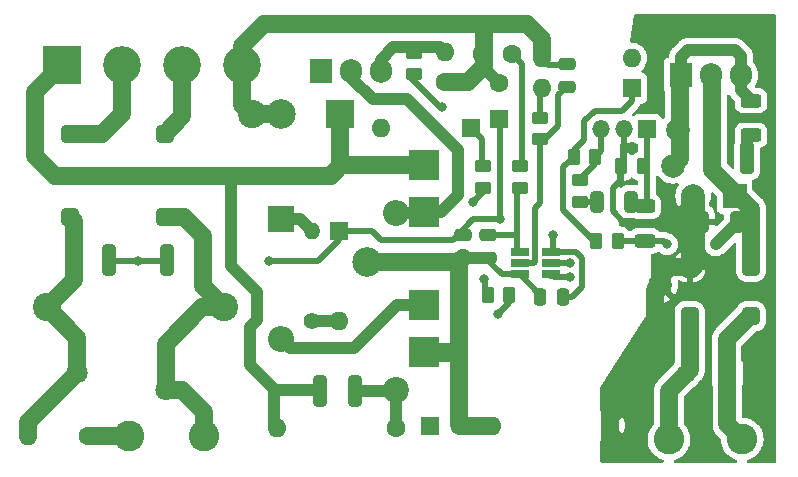
<source format=gbr>
G04 #@! TF.GenerationSoftware,KiCad,Pcbnew,(6.0.5)*
G04 #@! TF.CreationDate,2022-05-09T22:53:36+02:00*
G04 #@! TF.ProjectId,Zasilacz_impulsowy_FAN6602R,5a617369-6c61-4637-9a5f-696d70756c73,rev?*
G04 #@! TF.SameCoordinates,Original*
G04 #@! TF.FileFunction,Copper,L2,Bot*
G04 #@! TF.FilePolarity,Positive*
%FSLAX46Y46*%
G04 Gerber Fmt 4.6, Leading zero omitted, Abs format (unit mm)*
G04 Created by KiCad (PCBNEW (6.0.5)) date 2022-05-09 22:53:36*
%MOMM*%
%LPD*%
G01*
G04 APERTURE LIST*
G04 Aperture macros list*
%AMRoundRect*
0 Rectangle with rounded corners*
0 $1 Rounding radius*
0 $2 $3 $4 $5 $6 $7 $8 $9 X,Y pos of 4 corners*
0 Add a 4 corners polygon primitive as box body*
4,1,4,$2,$3,$4,$5,$6,$7,$8,$9,$2,$3,0*
0 Add four circle primitives for the rounded corners*
1,1,$1+$1,$2,$3*
1,1,$1+$1,$4,$5*
1,1,$1+$1,$6,$7*
1,1,$1+$1,$8,$9*
0 Add four rect primitives between the rounded corners*
20,1,$1+$1,$2,$3,$4,$5,0*
20,1,$1+$1,$4,$5,$6,$7,0*
20,1,$1+$1,$6,$7,$8,$9,0*
20,1,$1+$1,$8,$9,$2,$3,0*%
%AMFreePoly0*
4,1,5,1.270000,-1.270000,-1.270000,-1.270000,-1.270000,1.270000,1.270000,1.270000,1.270000,-1.270000,1.270000,-1.270000,$1*%
G04 Aperture macros list end*
G04 #@! TA.AperFunction,ComponentPad*
%ADD10C,2.600000*%
G04 #@! TD*
G04 #@! TA.AperFunction,ComponentPad*
%ADD11R,3.200000X3.200000*%
G04 #@! TD*
G04 #@! TA.AperFunction,ComponentPad*
%ADD12C,3.200000*%
G04 #@! TD*
G04 #@! TA.AperFunction,ComponentPad*
%ADD13C,1.600000*%
G04 #@! TD*
G04 #@! TA.AperFunction,ComponentPad*
%ADD14O,1.600000X1.600000*%
G04 #@! TD*
G04 #@! TA.AperFunction,ComponentPad*
%ADD15R,1.905000X2.000000*%
G04 #@! TD*
G04 #@! TA.AperFunction,ComponentPad*
%ADD16O,1.905000X2.000000*%
G04 #@! TD*
G04 #@! TA.AperFunction,ComponentPad*
%ADD17R,1.600000X1.600000*%
G04 #@! TD*
G04 #@! TA.AperFunction,ComponentPad*
%ADD18FreePoly0,90.000000*%
G04 #@! TD*
G04 #@! TA.AperFunction,ComponentPad*
%ADD19C,2.000000*%
G04 #@! TD*
G04 #@! TA.AperFunction,ComponentPad*
%ADD20R,2.200000X2.200000*%
G04 #@! TD*
G04 #@! TA.AperFunction,ComponentPad*
%ADD21O,2.200000X2.200000*%
G04 #@! TD*
G04 #@! TA.AperFunction,ComponentPad*
%ADD22R,1.500000X1.500000*%
G04 #@! TD*
G04 #@! TA.AperFunction,ComponentPad*
%ADD23O,1.500000X1.500000*%
G04 #@! TD*
G04 #@! TA.AperFunction,ComponentPad*
%ADD24RoundRect,0.381000X0.381000X0.381000X-0.381000X0.381000X-0.381000X-0.381000X0.381000X-0.381000X0*%
G04 #@! TD*
G04 #@! TA.AperFunction,ComponentPad*
%ADD25R,2.400000X2.400000*%
G04 #@! TD*
G04 #@! TA.AperFunction,ComponentPad*
%ADD26C,2.400000*%
G04 #@! TD*
G04 #@! TA.AperFunction,ComponentPad*
%ADD27C,1.400000*%
G04 #@! TD*
G04 #@! TA.AperFunction,ComponentPad*
%ADD28O,1.400000X1.400000*%
G04 #@! TD*
G04 #@! TA.AperFunction,ComponentPad*
%ADD29C,1.800000*%
G04 #@! TD*
G04 #@! TA.AperFunction,ComponentPad*
%ADD30R,2.000000X2.000000*%
G04 #@! TD*
G04 #@! TA.AperFunction,ComponentPad*
%ADD31C,2.200000*%
G04 #@! TD*
G04 #@! TA.AperFunction,SMDPad,CuDef*
%ADD32RoundRect,0.250000X0.312500X1.075000X-0.312500X1.075000X-0.312500X-1.075000X0.312500X-1.075000X0*%
G04 #@! TD*
G04 #@! TA.AperFunction,SMDPad,CuDef*
%ADD33RoundRect,0.250000X0.325000X1.100000X-0.325000X1.100000X-0.325000X-1.100000X0.325000X-1.100000X0*%
G04 #@! TD*
G04 #@! TA.AperFunction,SMDPad,CuDef*
%ADD34RoundRect,0.250000X-0.625000X0.312500X-0.625000X-0.312500X0.625000X-0.312500X0.625000X0.312500X0*%
G04 #@! TD*
G04 #@! TA.AperFunction,SMDPad,CuDef*
%ADD35RoundRect,0.250000X-0.262500X-0.450000X0.262500X-0.450000X0.262500X0.450000X-0.262500X0.450000X0*%
G04 #@! TD*
G04 #@! TA.AperFunction,SMDPad,CuDef*
%ADD36RoundRect,0.250000X0.450000X-0.262500X0.450000X0.262500X-0.450000X0.262500X-0.450000X-0.262500X0*%
G04 #@! TD*
G04 #@! TA.AperFunction,SMDPad,CuDef*
%ADD37RoundRect,0.250000X0.262500X0.450000X-0.262500X0.450000X-0.262500X-0.450000X0.262500X-0.450000X0*%
G04 #@! TD*
G04 #@! TA.AperFunction,SMDPad,CuDef*
%ADD38RoundRect,0.250000X0.475000X-0.250000X0.475000X0.250000X-0.475000X0.250000X-0.475000X-0.250000X0*%
G04 #@! TD*
G04 #@! TA.AperFunction,SMDPad,CuDef*
%ADD39RoundRect,0.250000X0.250000X0.475000X-0.250000X0.475000X-0.250000X-0.475000X0.250000X-0.475000X0*%
G04 #@! TD*
G04 #@! TA.AperFunction,SMDPad,CuDef*
%ADD40RoundRect,0.250000X-0.475000X0.250000X-0.475000X-0.250000X0.475000X-0.250000X0.475000X0.250000X0*%
G04 #@! TD*
G04 #@! TA.AperFunction,SMDPad,CuDef*
%ADD41RoundRect,0.250000X-0.325000X-0.650000X0.325000X-0.650000X0.325000X0.650000X-0.325000X0.650000X0*%
G04 #@! TD*
G04 #@! TA.AperFunction,SMDPad,CuDef*
%ADD42RoundRect,0.250000X0.325000X0.650000X-0.325000X0.650000X-0.325000X-0.650000X0.325000X-0.650000X0*%
G04 #@! TD*
G04 #@! TA.AperFunction,SMDPad,CuDef*
%ADD43R,1.560000X0.650000*%
G04 #@! TD*
G04 #@! TA.AperFunction,SMDPad,CuDef*
%ADD44RoundRect,0.250000X-0.312500X-1.075000X0.312500X-1.075000X0.312500X1.075000X-0.312500X1.075000X0*%
G04 #@! TD*
G04 #@! TA.AperFunction,SMDPad,CuDef*
%ADD45RoundRect,0.250000X-0.450000X0.262500X-0.450000X-0.262500X0.450000X-0.262500X0.450000X0.262500X0*%
G04 #@! TD*
G04 #@! TA.AperFunction,ViaPad*
%ADD46C,2.500000*%
G04 #@! TD*
G04 #@! TA.AperFunction,ViaPad*
%ADD47C,0.800000*%
G04 #@! TD*
G04 #@! TA.AperFunction,Conductor*
%ADD48C,0.500000*%
G04 #@! TD*
G04 #@! TA.AperFunction,Conductor*
%ADD49C,2.000000*%
G04 #@! TD*
G04 #@! TA.AperFunction,Conductor*
%ADD50C,1.000000*%
G04 #@! TD*
G04 #@! TA.AperFunction,Conductor*
%ADD51C,1.500000*%
G04 #@! TD*
G04 APERTURE END LIST*
D10*
G04 #@! TO.P,TP1,1,1*
G04 #@! TO.N,Net-(C2-Pad1)*
X136600000Y-117200000D03*
G04 #@! TD*
D11*
G04 #@! TO.P,D1,1,+*
G04 #@! TO.N,Net-(C3-Pad2)*
X124575000Y-85825000D03*
D12*
G04 #@! TO.P,D1,2*
G04 #@! TO.N,Net-(D1-Pad2)*
X129655000Y-85825000D03*
G04 #@! TO.P,D1,3*
G04 #@! TO.N,Net-(D1-Pad3)*
X134735000Y-85825000D03*
G04 #@! TO.P,D1,4,-*
G04 #@! TO.N,GNDPWR*
X139815000Y-85825000D03*
G04 #@! TD*
D13*
G04 #@! TO.P,C8,1*
G04 #@! TO.N,GND*
X170950000Y-116350000D03*
D14*
G04 #@! TO.P,C8,2*
G04 #@! TO.N,GNDPWR*
X160950000Y-116350000D03*
G04 #@! TD*
D15*
G04 #@! TO.P,Q1,1,G*
G04 #@! TO.N,Net-(D5-Pad2)*
X146510000Y-86295000D03*
D16*
G04 #@! TO.P,Q1,2,D*
G04 #@! TO.N,Net-(D3-Pad2)*
X149050000Y-86295000D03*
G04 #@! TO.P,Q1,3,S*
G04 #@! TO.N,Net-(Q1-Pad3)*
X151590000Y-86295000D03*
G04 #@! TD*
D17*
G04 #@! TO.P,C13,1*
G04 #@! TO.N,Net-(C13-Pad1)*
X155744888Y-116350000D03*
D13*
G04 #@! TO.P,C13,2*
G04 #@! TO.N,GNDPWR*
X158244888Y-116350000D03*
G04 #@! TD*
D17*
G04 #@! TO.P,C4,1*
G04 #@! TO.N,Net-(C4-Pad1)*
X180900000Y-111950000D03*
D13*
G04 #@! TO.P,C4,2*
G04 #@! TO.N,Net-(C4-Pad2)*
X177400000Y-111950000D03*
G04 #@! TD*
D18*
G04 #@! TO.P,T1,1,P1+*
G04 #@! TO.N,Net-(C3-Pad2)*
X155200000Y-94250000D03*
G04 #@! TO.P,T1,2,P1-*
G04 #@! TO.N,Net-(D3-Pad2)*
X155200000Y-98250000D03*
G04 #@! TO.P,T1,3,P2+*
G04 #@! TO.N,Net-(D4-Pad2)*
X155200000Y-106150000D03*
G04 #@! TO.P,T1,4,P2-*
G04 #@! TO.N,GNDPWR*
X155200000Y-110150000D03*
D19*
G04 #@! TO.P,T1,5,S+*
G04 #@! TO.N,Net-(D2-Pad1)*
X176300000Y-94350000D03*
G04 #@! TO.P,T1,6,S-*
G04 #@! TO.N,GND*
X175200000Y-104450000D03*
G04 #@! TD*
D20*
G04 #@! TO.P,D4,1,K*
G04 #@! TO.N,Net-(D4-Pad1)*
X143100000Y-98850000D03*
D21*
G04 #@! TO.P,D4,2,A*
G04 #@! TO.N,Net-(D4-Pad2)*
X143100000Y-109010000D03*
G04 #@! TD*
D10*
G04 #@! TO.P,TP3,1,1*
G04 #@! TO.N,Net-(C4-Pad1)*
X182150000Y-117500000D03*
G04 #@! TD*
D22*
G04 #@! TO.P,U3,1,REF*
G04 #@! TO.N,Net-(C14-Pad2)*
X174100000Y-91250000D03*
D23*
G04 #@! TO.P,U3,2,A*
G04 #@! TO.N,GND*
X172130000Y-91250000D03*
G04 #@! TO.P,U3,3,K*
G04 #@! TO.N,Net-(R14-Pad1)*
X170200000Y-91250000D03*
G04 #@! TD*
D17*
G04 #@! TO.P,D6,1,K*
G04 #@! TO.N,Net-(C11-Pad1)*
X148000000Y-99890000D03*
D14*
G04 #@! TO.P,D6,2,A*
G04 #@! TO.N,Net-(C13-Pad1)*
X148000000Y-107510000D03*
G04 #@! TD*
D24*
G04 #@! TO.P,FL1,1,1*
G04 #@! TO.N,Net-(C2-Pad1)*
X133250000Y-98650000D03*
G04 #@! TO.P,FL1,2,2*
G04 #@! TO.N,Net-(D1-Pad3)*
X133250000Y-91650000D03*
G04 #@! TO.P,FL1,3,3*
G04 #@! TO.N,Net-(C2-Pad2)*
X125250000Y-98650000D03*
G04 #@! TO.P,FL1,4,4*
G04 #@! TO.N,Net-(D1-Pad2)*
X125250000Y-91650000D03*
G04 #@! TD*
D17*
G04 #@! TO.P,C12,1*
G04 #@! TO.N,Net-(C11-Pad1)*
X161600000Y-90355113D03*
D13*
G04 #@! TO.P,C12,2*
G04 #@! TO.N,GNDPWR*
X161600000Y-87355113D03*
G04 #@! TD*
G04 #@! TO.P,R7,1*
G04 #@! TO.N,GNDPWR*
X156950000Y-87270000D03*
D14*
G04 #@! TO.P,R7,2*
G04 #@! TO.N,Net-(Q1-Pad3)*
X156950000Y-84730000D03*
G04 #@! TD*
D15*
G04 #@! TO.P,D2,1,K*
G04 #@! TO.N,Net-(D2-Pad1)*
X176960000Y-86695000D03*
D16*
G04 #@! TO.P,D2,2,A*
G04 #@! TO.N,Net-(C1-Pad2)*
X179500000Y-86695000D03*
G04 #@! TO.P,D2,3,K*
G04 #@! TO.N,Net-(D2-Pad1)*
X182040000Y-86695000D03*
G04 #@! TD*
D17*
G04 #@! TO.P,D5,1,K*
G04 #@! TO.N,Net-(D5-Pad1)*
X159210000Y-91150000D03*
D14*
G04 #@! TO.P,D5,2,A*
G04 #@! TO.N,Net-(D5-Pad2)*
X151590000Y-91150000D03*
G04 #@! TD*
D25*
G04 #@! TO.P,C6,1*
G04 #@! TO.N,Net-(C3-Pad2)*
X148115216Y-90000000D03*
D26*
G04 #@! TO.P,C6,2*
G04 #@! TO.N,GNDPWR*
X140615216Y-90000000D03*
G04 #@! TD*
G04 #@! TO.P,C2,1*
G04 #@! TO.N,Net-(C2-Pad1)*
X138300000Y-106350000D03*
G04 #@! TO.P,C2,2*
G04 #@! TO.N,Net-(C2-Pad2)*
X123300000Y-106350000D03*
G04 #@! TD*
D24*
G04 #@! TO.P,FL2,1,1*
G04 #@! TO.N,Net-(C4-Pad1)*
X182905000Y-107100000D03*
G04 #@! TO.P,FL2,2,2*
G04 #@! TO.N,Net-(C1-Pad2)*
X182905000Y-102900000D03*
G04 #@! TO.P,FL2,3,3*
G04 #@! TO.N,Net-(C4-Pad2)*
X177705000Y-107100000D03*
G04 #@! TO.P,FL2,4,4*
G04 #@! TO.N,GND*
X177705000Y-102900000D03*
G04 #@! TD*
D17*
G04 #@! TO.P,U2,1*
G04 #@! TO.N,Net-(R10-Pad2)*
X172800000Y-87775000D03*
D14*
G04 #@! TO.P,U2,2*
G04 #@! TO.N,Net-(R14-Pad1)*
X172800000Y-85235000D03*
G04 #@! TO.P,U2,3*
G04 #@! TO.N,GNDPWR*
X165180000Y-85235000D03*
G04 #@! TO.P,U2,4*
G04 #@! TO.N,Net-(U2-Pad4)*
X165180000Y-87775000D03*
G04 #@! TD*
D27*
G04 #@! TO.P,R5,1*
G04 #@! TO.N,Net-(C13-Pad1)*
X145700000Y-107500000D03*
D28*
G04 #@! TO.P,R5,2*
G04 #@! TO.N,Net-(D4-Pad1)*
X145700000Y-99880000D03*
G04 #@! TD*
D13*
G04 #@! TO.P,TH1,1*
G04 #@! TO.N,Net-(R13-Pad2)*
X162650000Y-84900000D03*
G04 #@! TO.P,TH1,2*
G04 #@! TO.N,GNDPWR*
X160150000Y-84900000D03*
G04 #@! TD*
G04 #@! TO.P,F1,1*
G04 #@! TO.N,Net-(F1-Pad1)*
X126800000Y-117200000D03*
D14*
G04 #@! TO.P,F1,2*
G04 #@! TO.N,Net-(C2-Pad2)*
X121720000Y-117200000D03*
G04 #@! TD*
D29*
G04 #@! TO.P,RV1,1*
G04 #@! TO.N,Net-(C2-Pad1)*
X133350000Y-113300000D03*
G04 #@! TO.P,RV1,2*
G04 #@! TO.N,Net-(C2-Pad2)*
X125850000Y-111900000D03*
G04 #@! TD*
D10*
G04 #@! TO.P,TP4,1,1*
G04 #@! TO.N,Net-(C4-Pad2)*
X175950000Y-117500000D03*
G04 #@! TD*
D30*
G04 #@! TO.P,C7,1*
G04 #@! TO.N,Net-(C1-Pad2)*
X181500000Y-96900000D03*
D19*
G04 #@! TO.P,C7,2*
G04 #@! TO.N,GND*
X178000000Y-96900000D03*
G04 #@! TD*
D10*
G04 #@! TO.P,TP2,1,1*
G04 #@! TO.N,Net-(F1-Pad1)*
X130200000Y-117200000D03*
G04 #@! TD*
D13*
G04 #@! TO.P,C3,1*
G04 #@! TO.N,Net-(C3-Pad1)*
X152800000Y-116550000D03*
D14*
G04 #@! TO.P,C3,2*
G04 #@! TO.N,Net-(C3-Pad2)*
X142800000Y-116550000D03*
G04 #@! TD*
D19*
G04 #@! TO.P,,5,S+*
G04 #@! TO.N,Net-(D2-Pad1)*
X176700000Y-91300000D03*
G04 #@! TD*
D31*
G04 #@! TO.P,D3,1,K*
G04 #@! TO.N,Net-(C3-Pad1)*
X152850000Y-113325000D03*
D21*
G04 #@! TO.P,D3,2,A*
G04 #@! TO.N,Net-(D3-Pad2)*
X152850000Y-98325000D03*
G04 #@! TD*
D32*
G04 #@! TO.P,R2,1*
G04 #@! TO.N,Net-(C2-Pad1)*
X136412500Y-102350000D03*
G04 #@! TO.P,R2,2*
G04 #@! TO.N,Net-(C11-Pad1)*
X133487500Y-102350000D03*
G04 #@! TD*
D33*
G04 #@! TO.P,C1,1*
G04 #@! TO.N,Net-(C1-Pad1)*
X182575000Y-93700000D03*
G04 #@! TO.P,C1,2*
G04 #@! TO.N,Net-(C1-Pad2)*
X179625000Y-93700000D03*
G04 #@! TD*
D34*
G04 #@! TO.P,R12,1*
G04 #@! TO.N,Net-(C14-Pad2)*
X173900000Y-97787500D03*
G04 #@! TO.P,R12,2*
G04 #@! TO.N,Net-(C1-Pad2)*
X173900000Y-100712500D03*
G04 #@! TD*
D35*
G04 #@! TO.P,R16,1*
G04 #@! TO.N,GND*
X171887500Y-94400000D03*
G04 #@! TO.P,R16,2*
G04 #@! TO.N,Net-(C14-Pad2)*
X173712500Y-94400000D03*
G04 #@! TD*
D36*
G04 #@! TO.P,R8,1*
G04 #@! TO.N,Net-(R6-Pad1)*
X160200000Y-96212500D03*
G04 #@! TO.P,R8,2*
G04 #@! TO.N,Net-(D5-Pad1)*
X160200000Y-94387500D03*
G04 #@! TD*
D37*
G04 #@! TO.P,R6,1*
G04 #@! TO.N,Net-(R6-Pad1)*
X162412500Y-105300000D03*
G04 #@! TO.P,R6,2*
G04 #@! TO.N,Net-(D5-Pad2)*
X160587500Y-105300000D03*
G04 #@! TD*
D38*
G04 #@! TO.P,C15,1*
G04 #@! TO.N,Net-(C15-Pad1)*
X167300000Y-87650000D03*
G04 #@! TO.P,C15,2*
G04 #@! TO.N,GNDPWR*
X167300000Y-85750000D03*
G04 #@! TD*
D36*
G04 #@! TO.P,R15,1*
G04 #@! TO.N,Net-(C14-Pad1)*
X168400000Y-97412500D03*
G04 #@! TO.P,R15,2*
G04 #@! TO.N,Net-(R14-Pad1)*
X168400000Y-95587500D03*
G04 #@! TD*
D37*
G04 #@! TO.P,R14,1*
G04 #@! TO.N,Net-(R14-Pad1)*
X169712500Y-93600000D03*
G04 #@! TO.P,R14,2*
G04 #@! TO.N,Net-(R10-Pad2)*
X167887500Y-93600000D03*
G04 #@! TD*
D34*
G04 #@! TO.P,R1,1*
G04 #@! TO.N,Net-(D2-Pad1)*
X182900000Y-88837500D03*
G04 #@! TO.P,R1,2*
G04 #@! TO.N,Net-(C1-Pad1)*
X182900000Y-91762500D03*
G04 #@! TD*
D39*
G04 #@! TO.P,C10,1*
G04 #@! TO.N,Net-(C10-Pad1)*
X166950000Y-105500000D03*
G04 #@! TO.P,C10,2*
G04 #@! TO.N,GNDPWR*
X165050000Y-105500000D03*
G04 #@! TD*
D36*
G04 #@! TO.P,R13,1*
G04 #@! TO.N,Net-(C9-Pad1)*
X163300000Y-96212500D03*
G04 #@! TO.P,R13,2*
G04 #@! TO.N,Net-(R13-Pad2)*
X163300000Y-94387500D03*
G04 #@! TD*
D40*
G04 #@! TO.P,C11,1*
G04 #@! TO.N,Net-(C11-Pad1)*
X158500000Y-100250000D03*
G04 #@! TO.P,C11,2*
G04 #@! TO.N,GNDPWR*
X158500000Y-102150000D03*
G04 #@! TD*
D32*
G04 #@! TO.P,R3,1*
G04 #@! TO.N,Net-(C11-Pad1)*
X128512500Y-102350000D03*
G04 #@! TO.P,R3,2*
G04 #@! TO.N,Net-(C2-Pad2)*
X125587500Y-102350000D03*
G04 #@! TD*
D41*
G04 #@! TO.P,C14,1*
G04 #@! TO.N,Net-(C14-Pad1)*
X169825000Y-97400000D03*
G04 #@! TO.P,C14,2*
G04 #@! TO.N,Net-(C14-Pad2)*
X172775000Y-97400000D03*
G04 #@! TD*
D42*
G04 #@! TO.P,C16,1*
G04 #@! TO.N,Net-(C1-Pad2)*
X181675000Y-99100000D03*
G04 #@! TO.P,C16,2*
G04 #@! TO.N,GND*
X178725000Y-99100000D03*
G04 #@! TD*
D43*
G04 #@! TO.P,U1,1,GND*
G04 #@! TO.N,GNDPWR*
X163300000Y-103550000D03*
G04 #@! TO.P,U1,2,FB*
G04 #@! TO.N,Net-(C15-Pad1)*
X163300000Y-102600000D03*
G04 #@! TO.P,U1,3,RT*
G04 #@! TO.N,Net-(C9-Pad1)*
X163300000Y-101650000D03*
G04 #@! TO.P,U1,4,SENSE*
G04 #@! TO.N,Net-(C10-Pad1)*
X166000000Y-101650000D03*
G04 #@! TO.P,U1,5,VDD*
G04 #@! TO.N,Net-(C11-Pad1)*
X166000000Y-102600000D03*
G04 #@! TO.P,U1,6,GATE*
G04 #@! TO.N,Net-(R6-Pad1)*
X166000000Y-103550000D03*
G04 #@! TD*
D44*
G04 #@! TO.P,R4,1*
G04 #@! TO.N,Net-(C3-Pad2)*
X146437500Y-113400000D03*
G04 #@! TO.P,R4,2*
G04 #@! TO.N,Net-(C3-Pad1)*
X149362500Y-113400000D03*
G04 #@! TD*
D40*
G04 #@! TO.P,C9,1*
G04 #@! TO.N,Net-(C9-Pad1)*
X160600000Y-100250000D03*
G04 #@! TO.P,C9,2*
G04 #@! TO.N,GNDPWR*
X160600000Y-102150000D03*
G04 #@! TD*
D41*
G04 #@! TO.P,C5,1*
G04 #@! TO.N,Net-(C4-Pad2)*
X177825000Y-109800000D03*
G04 #@! TO.P,C5,2*
G04 #@! TO.N,Net-(C4-Pad1)*
X180775000Y-109800000D03*
G04 #@! TD*
D37*
G04 #@! TO.P,R10,1*
G04 #@! TO.N,Net-(C1-Pad2)*
X171612500Y-100700000D03*
G04 #@! TO.P,R10,2*
G04 #@! TO.N,Net-(R10-Pad2)*
X169787500Y-100700000D03*
G04 #@! TD*
D36*
G04 #@! TO.P,R17,1*
G04 #@! TO.N,Net-(C15-Pad1)*
X165000000Y-92112500D03*
G04 #@! TO.P,R17,2*
G04 #@! TO.N,Net-(U2-Pad4)*
X165000000Y-90287500D03*
G04 #@! TD*
D45*
G04 #@! TO.P,R9,1*
G04 #@! TO.N,Net-(Q1-Pad3)*
X154400000Y-84787500D03*
G04 #@! TO.P,R9,2*
G04 #@! TO.N,Net-(C10-Pad1)*
X154400000Y-86612500D03*
G04 #@! TD*
D46*
G04 #@! TO.N,GNDPWR*
X143100000Y-90000000D03*
X150400000Y-102500000D03*
D47*
G04 #@! TO.N,Net-(C10-Pad1)*
X166150000Y-100200000D03*
X156700000Y-89400000D03*
G04 #@! TO.N,Net-(C11-Pad1)*
X161650000Y-98900000D03*
X142050000Y-102400000D03*
X131000000Y-102400000D03*
X167600000Y-102600000D03*
G04 #@! TO.N,Net-(D5-Pad2)*
X160300000Y-103900000D03*
G04 #@! TO.N,Net-(R6-Pad1)*
X167600011Y-103800000D03*
X159350000Y-97450000D03*
X161500000Y-106900000D03*
G04 #@! TO.N,Net-(C1-Pad2)*
X179900000Y-101000000D03*
X175800000Y-101000000D03*
G04 #@! TD*
D48*
G04 #@! TO.N,Net-(R10-Pad2)*
X172000000Y-89700000D02*
X172800000Y-88900000D01*
X172800000Y-88900000D02*
X172800000Y-87775000D01*
X168750000Y-90600000D02*
X169650000Y-89700000D01*
X168750000Y-92150000D02*
X168750000Y-90600000D01*
X169650000Y-89700000D02*
X172000000Y-89700000D01*
X167887500Y-93012500D02*
X168750000Y-92150000D01*
X167887500Y-93600000D02*
X167887500Y-93012500D01*
G04 #@! TO.N,Net-(C15-Pad1)*
X164550000Y-102600000D02*
X163300000Y-102600000D01*
X165050000Y-92500000D02*
X165050000Y-97500000D01*
X166550000Y-91000000D02*
X165050000Y-92500000D01*
X165050000Y-97500000D02*
X164650000Y-97900000D01*
X166550000Y-88400000D02*
X166550000Y-91000000D01*
X167300000Y-87650000D02*
X166550000Y-88400000D01*
X164650000Y-97900000D02*
X164650000Y-102500000D01*
X164650000Y-102500000D02*
X164550000Y-102600000D01*
G04 #@! TO.N,Net-(U2-Pad4)*
X165000000Y-90287500D02*
X165000000Y-87955000D01*
X165000000Y-87955000D02*
X165180000Y-87775000D01*
G04 #@! TO.N,Net-(R10-Pad2)*
X169600000Y-100700000D02*
X169787500Y-100700000D01*
X167000000Y-98100000D02*
X169600000Y-100700000D01*
X167000000Y-94487500D02*
X167000000Y-98100000D01*
X167887500Y-93600000D02*
X167000000Y-94487500D01*
G04 #@! TO.N,GND*
X177900000Y-99100000D02*
X178000000Y-99000000D01*
X172100000Y-99100000D02*
X177900000Y-99100000D01*
D49*
X178000000Y-99000000D02*
X178000000Y-102605000D01*
X178000000Y-96900000D02*
X178000000Y-99000000D01*
D48*
G04 #@! TO.N,GNDPWR*
X165745000Y-85800000D02*
X167250000Y-85800000D01*
X165180000Y-85235000D02*
X165745000Y-85800000D01*
D50*
G04 #@! TO.N,Net-(C1-Pad1)*
X182575000Y-92087500D02*
X182900000Y-91762500D01*
X182575000Y-93700000D02*
X182575000Y-92087500D01*
D51*
G04 #@! TO.N,Net-(C2-Pad1)*
X136600000Y-115200000D02*
X134700000Y-113300000D01*
X136450000Y-106350000D02*
X133350000Y-109450000D01*
X134700000Y-113300000D02*
X133350000Y-113300000D01*
X136600000Y-117200000D02*
X136600000Y-115200000D01*
X133250000Y-98650000D02*
X134850000Y-98650000D01*
X136475000Y-100275000D02*
X136475000Y-104525000D01*
X134850000Y-98650000D02*
X136475000Y-100275000D01*
X136475000Y-104525000D02*
X138300000Y-106350000D01*
X133350000Y-109450000D02*
X133350000Y-113300000D01*
X138300000Y-106350000D02*
X136450000Y-106350000D01*
G04 #@! TO.N,Net-(C2-Pad2)*
X125587500Y-98987500D02*
X125250000Y-98650000D01*
X121720000Y-117200000D02*
X121720000Y-116030000D01*
X125587500Y-102350000D02*
X125587500Y-104062500D01*
X125587500Y-104062500D02*
X123300000Y-106350000D01*
X121720000Y-116030000D02*
X125850000Y-111900000D01*
X125587500Y-102350000D02*
X125587500Y-98987500D01*
X125850000Y-111900000D02*
X125850000Y-108900000D01*
X125850000Y-108900000D02*
X123300000Y-106350000D01*
D50*
G04 #@! TO.N,Net-(C3-Pad1)*
X152850000Y-113325000D02*
X152775000Y-113400000D01*
X152775000Y-113400000D02*
X149362500Y-113400000D01*
X152800000Y-116550000D02*
X152800000Y-113375000D01*
D48*
X152650000Y-116400000D02*
X152800000Y-116550000D01*
D50*
X152800000Y-113375000D02*
X152850000Y-113325000D01*
D51*
G04 #@! TO.N,Net-(C3-Pad2)*
X123950000Y-95200000D02*
X122300000Y-93550000D01*
D50*
X141100000Y-105000000D02*
X138900000Y-102800000D01*
D51*
X148115216Y-94234784D02*
X148115216Y-90000000D01*
X124150000Y-95200000D02*
X147300000Y-95200000D01*
X147300000Y-95200000D02*
X148100000Y-94400000D01*
X148100000Y-94400000D02*
X148100000Y-94250000D01*
D50*
X138900000Y-102800000D02*
X138900000Y-95300000D01*
X142600000Y-113300000D02*
X146337500Y-113300000D01*
D51*
X122300000Y-88100000D02*
X124575000Y-85825000D01*
D50*
X146337500Y-113300000D02*
X146437500Y-113400000D01*
X140500000Y-111200000D02*
X140500000Y-108000000D01*
X142800000Y-116550000D02*
X142500000Y-116250000D01*
D51*
X148100000Y-94250000D02*
X148115216Y-94234784D01*
D50*
X141100000Y-107400000D02*
X141100000Y-105000000D01*
X142500000Y-116250000D02*
X142500000Y-113400000D01*
X142500000Y-113400000D02*
X142600000Y-113300000D01*
D51*
X122300000Y-93550000D02*
X122300000Y-88100000D01*
D50*
X140500000Y-108000000D02*
X141100000Y-107400000D01*
X142600000Y-113300000D02*
X140500000Y-111200000D01*
D51*
X148100000Y-94250000D02*
X155200000Y-94250000D01*
G04 #@! TO.N,GNDPWR*
X143100000Y-90000000D02*
X140615216Y-90000000D01*
X139815000Y-85825000D02*
X139815000Y-84235000D01*
X139815000Y-84235000D02*
X141700000Y-82350000D01*
X158200000Y-116305112D02*
X158244888Y-116350000D01*
X155250000Y-110200000D02*
X158200000Y-110200000D01*
X160300000Y-85900000D02*
X158930000Y-87270000D01*
D50*
X160300000Y-86055113D02*
X161600000Y-87355113D01*
D51*
X160250000Y-82350000D02*
X160250000Y-85550000D01*
X158244888Y-116350000D02*
X160950000Y-116350000D01*
X158930000Y-87270000D02*
X158030000Y-87270000D01*
X158150000Y-110150000D02*
X158200000Y-110200000D01*
X150400480Y-102499520D02*
X158150480Y-102499520D01*
D48*
X164950000Y-105200000D02*
X163300000Y-103550000D01*
D51*
X165180000Y-83580000D02*
X165180000Y-85235000D01*
X158200000Y-110200000D02*
X158200000Y-102450000D01*
D48*
X162500000Y-103550000D02*
X161800000Y-103550000D01*
X164950000Y-105300000D02*
X164950000Y-105200000D01*
D51*
X150400000Y-102500000D02*
X150400480Y-102499520D01*
D48*
X161800000Y-103550000D02*
X160400000Y-102150000D01*
D51*
X155200000Y-110150000D02*
X158150000Y-110150000D01*
X158200000Y-102450000D02*
X158500000Y-102150000D01*
D48*
X165395000Y-85450000D02*
X165180000Y-85235000D01*
D50*
X158030000Y-87270000D02*
X156950000Y-87270000D01*
D51*
X158150480Y-102499520D02*
X158500000Y-102150000D01*
D50*
X158444888Y-116150000D02*
X158244888Y-116350000D01*
X158500000Y-102150000D02*
X160600000Y-102150000D01*
D51*
X140615216Y-90000000D02*
X139815000Y-89199784D01*
X141700000Y-82350000D02*
X163950000Y-82350000D01*
X156950000Y-87270000D02*
X157720000Y-87270000D01*
D48*
X160400000Y-102150000D02*
X158500000Y-102150000D01*
D51*
X139815000Y-89199784D02*
X139815000Y-85825000D01*
D48*
X165495000Y-85550000D02*
X165180000Y-85235000D01*
D51*
X164000000Y-82400000D02*
X165180000Y-83580000D01*
X158200000Y-110200000D02*
X158200000Y-116305112D01*
D48*
G04 #@! TO.N,GND*
X172130000Y-94157500D02*
X171787500Y-94500000D01*
D51*
X175450000Y-102900000D02*
X175200000Y-103150000D01*
X170950000Y-114450000D02*
X170950000Y-116350000D01*
X175200000Y-103150000D02*
X175200000Y-104450000D01*
X170950000Y-116350000D02*
X170950000Y-118500000D01*
D48*
X172130000Y-91250000D02*
X172130000Y-94157500D01*
X171787500Y-94500000D02*
X171787500Y-95612500D01*
X171200480Y-96199520D02*
X171200480Y-98200480D01*
D51*
X175200000Y-104450000D02*
X174750000Y-104900000D01*
D48*
X171200480Y-98200480D02*
X172100000Y-99100000D01*
D49*
X178000000Y-102605000D02*
X177705000Y-102900000D01*
D48*
X171787500Y-95612500D02*
X171200480Y-96199520D01*
D51*
X177705000Y-102900000D02*
X175450000Y-102900000D01*
X174750000Y-104900000D02*
X174750000Y-108000000D01*
D48*
G04 #@! TO.N,Net-(C10-Pad1)*
X168600000Y-104600000D02*
X167700000Y-105500000D01*
X168600000Y-102200000D02*
X168600000Y-104600000D01*
X167700000Y-105500000D02*
X166950000Y-105500000D01*
X156700000Y-89400000D02*
X156550000Y-89400000D01*
X166150000Y-101500000D02*
X166000000Y-101650000D01*
X156550000Y-89400000D02*
X154100000Y-86950000D01*
X166000000Y-101650000D02*
X168050000Y-101650000D01*
X166150000Y-100200000D02*
X166150000Y-101500000D01*
X168050000Y-101650000D02*
X168600000Y-102200000D01*
G04 #@! TO.N,Net-(C11-Pad1)*
X150790000Y-99890000D02*
X148000000Y-99890000D01*
X167600000Y-102600000D02*
X167600000Y-102650000D01*
X146200000Y-102400000D02*
X148000000Y-100600000D01*
X157650000Y-100650000D02*
X151550000Y-100650000D01*
X131000000Y-102400000D02*
X133437500Y-102400000D01*
X128562500Y-102400000D02*
X131000000Y-102400000D01*
X161650000Y-98900000D02*
X159400000Y-98900000D01*
X161650000Y-98950000D02*
X161650000Y-90755113D01*
X151550000Y-100650000D02*
X150790000Y-99890000D01*
X161650000Y-90755113D02*
X161800000Y-90605113D01*
X166000000Y-102600000D02*
X167600000Y-102600000D01*
X148000000Y-100600000D02*
X148000000Y-99890000D01*
X142050000Y-102400000D02*
X146200000Y-102400000D01*
X159400000Y-98900000D02*
X157650000Y-100650000D01*
G04 #@! TO.N,Net-(C14-Pad1)*
X168400000Y-97412500D02*
X170137500Y-97412500D01*
D51*
G04 #@! TO.N,Net-(D1-Pad2)*
X127950000Y-91650000D02*
X125250000Y-91650000D01*
X129655000Y-85825000D02*
X129655000Y-89945000D01*
X129655000Y-89945000D02*
X127950000Y-91650000D01*
G04 #@! TO.N,Net-(D1-Pad3)*
X134735000Y-85825000D02*
X134735000Y-90165000D01*
X134735000Y-90165000D02*
X133250000Y-91650000D01*
D50*
G04 #@! TO.N,Net-(D2-Pad1)*
X181550000Y-84550000D02*
X182040000Y-85040000D01*
D51*
X176300000Y-94350000D02*
X176900000Y-93750000D01*
D50*
X177550000Y-84550000D02*
X181550000Y-84550000D01*
X176960000Y-86695000D02*
X176960000Y-85140000D01*
X182040000Y-87977500D02*
X182800000Y-88737500D01*
X176960000Y-85140000D02*
X177550000Y-84550000D01*
D51*
X176900000Y-86755000D02*
X176960000Y-86695000D01*
D50*
X182040000Y-86695000D02*
X182040000Y-87977500D01*
X182040000Y-85040000D02*
X182040000Y-86695000D01*
D51*
X176900000Y-93750000D02*
X176900000Y-86755000D01*
D50*
G04 #@! TO.N,Net-(D3-Pad2)*
X149050000Y-86900000D02*
X149050000Y-86295000D01*
X158100000Y-93200000D02*
X158100000Y-93050000D01*
X158050000Y-96850000D02*
X158050000Y-93050000D01*
X155200000Y-98250000D02*
X156650000Y-98250000D01*
X152850000Y-98325000D02*
X155125000Y-98325000D01*
X150850000Y-88700000D02*
X149050000Y-86900000D01*
D48*
X152650000Y-97570000D02*
X152680000Y-97600000D01*
D50*
X155125000Y-98325000D02*
X155200000Y-98250000D01*
X158100000Y-93050000D02*
X153750000Y-88700000D01*
X156650000Y-98250000D02*
X158050000Y-96850000D01*
X153750000Y-88700000D02*
X150850000Y-88700000D01*
D48*
G04 #@! TO.N,Net-(D4-Pad1)*
X142300000Y-99070000D02*
X142450000Y-98920000D01*
D50*
X143100000Y-98850000D02*
X144670000Y-98850000D01*
X144670000Y-98850000D02*
X145700000Y-99880000D01*
D48*
G04 #@! TO.N,Net-(D5-Pad1)*
X160150000Y-92090000D02*
X160150000Y-94337500D01*
X159210000Y-91150000D02*
X160150000Y-92090000D01*
G04 #@! TO.N,Net-(D5-Pad2)*
X151150000Y-91150000D02*
X151590000Y-91150000D01*
X160337500Y-104750000D02*
X160337500Y-103937500D01*
G04 #@! TO.N,Net-(R13-Pad2)*
X163500000Y-86500000D02*
X163500000Y-87137059D01*
X163300000Y-94387500D02*
X163500000Y-94187500D01*
X163500000Y-94187500D02*
X163500000Y-86500000D01*
X162650000Y-84900000D02*
X163500000Y-85750000D01*
X163500000Y-85750000D02*
X163500000Y-86500000D01*
G04 #@! TO.N,Net-(R14-Pad1)*
X169712500Y-94187500D02*
X169712500Y-93600000D01*
X170200000Y-91250000D02*
X170200000Y-93112500D01*
X168400000Y-95500000D02*
X169712500Y-94187500D01*
X168400000Y-95587500D02*
X168400000Y-95500000D01*
X170200000Y-93112500D02*
X169712500Y-93600000D01*
D50*
G04 #@! TO.N,Net-(Q1-Pad3)*
X151590000Y-86295000D02*
X151590000Y-85360000D01*
X156545000Y-84325000D02*
X156950000Y-84730000D01*
X154100000Y-84325000D02*
X156545000Y-84325000D01*
X152625000Y-84325000D02*
X154100000Y-84325000D01*
X151590000Y-85360000D02*
X152625000Y-84325000D01*
D51*
G04 #@! TO.N,Net-(C4-Pad1)*
X180825000Y-109050000D02*
X180825000Y-111875000D01*
X180900000Y-111950000D02*
X180900000Y-116250000D01*
X182775000Y-107100000D02*
X180825000Y-109050000D01*
X180825000Y-111875000D02*
X180900000Y-111950000D01*
X180900000Y-116250000D02*
X182150000Y-117500000D01*
X182905000Y-107100000D02*
X182775000Y-107100000D01*
D48*
G04 #@! TO.N,Net-(R6-Pad1)*
X166250000Y-103800000D02*
X166000000Y-103550000D01*
X161500000Y-106900000D02*
X162412500Y-105987500D01*
X159350000Y-97450000D02*
X160200000Y-96600000D01*
X166000000Y-103550000D02*
X165899520Y-103650480D01*
X160200000Y-96600000D02*
X160200000Y-96212500D01*
X162412500Y-105987500D02*
X162412500Y-105300000D01*
X167600011Y-103800000D02*
X166250000Y-103800000D01*
D50*
G04 #@! TO.N,Net-(D4-Pad2)*
X143890000Y-109800000D02*
X149300000Y-109800000D01*
X152950000Y-106150000D02*
X155200000Y-106150000D01*
X143100000Y-109010000D02*
X143890000Y-109800000D01*
X149300000Y-109800000D02*
X152950000Y-106150000D01*
X155100000Y-105550000D02*
X155399000Y-105550000D01*
D51*
G04 #@! TO.N,Net-(F1-Pad1)*
X130200000Y-117200000D02*
X126800000Y-117200000D01*
G04 #@! TO.N,Net-(C4-Pad2)*
X177400000Y-111950000D02*
X175950000Y-113400000D01*
X177705000Y-111645000D02*
X177400000Y-111950000D01*
X177705000Y-107100000D02*
X177705000Y-111645000D01*
X175950000Y-113400000D02*
X175950000Y-117500000D01*
D50*
X177875000Y-109050000D02*
X177875000Y-106820000D01*
G04 #@! TO.N,Net-(C1-Pad2)*
X181800000Y-99100000D02*
X182800000Y-99100000D01*
D51*
X179500000Y-86695000D02*
X179505000Y-86700000D01*
X179625000Y-94725000D02*
X182905000Y-98005000D01*
D50*
X182800000Y-99100000D02*
X182800000Y-98200000D01*
D51*
X182905000Y-98005000D02*
X182905000Y-102900000D01*
X179505000Y-86700000D02*
X179600000Y-86700000D01*
D50*
X179900000Y-101000000D02*
X181800000Y-99100000D01*
X182800000Y-98200000D02*
X181500000Y-96900000D01*
D48*
X173900000Y-100712500D02*
X171625000Y-100712500D01*
X171625000Y-100712500D02*
X171612500Y-100700000D01*
D51*
X179625000Y-93700000D02*
X179625000Y-86820000D01*
D48*
X175800000Y-101000000D02*
X175512500Y-100712500D01*
D51*
X179625000Y-93700000D02*
X179625000Y-94725000D01*
X179625000Y-86820000D02*
X179500000Y-86695000D01*
D48*
X175512500Y-100712500D02*
X173900000Y-100712500D01*
G04 #@! TO.N,Net-(C9-Pad1)*
X163000000Y-100250000D02*
X163050000Y-100200000D01*
X160600000Y-100250000D02*
X163000000Y-100250000D01*
X163300000Y-96212500D02*
X163050000Y-96462500D01*
X163050000Y-101400000D02*
X163300000Y-101650000D01*
X163050000Y-96462500D02*
X163050000Y-100200000D01*
X163050000Y-100200000D02*
X163050000Y-101400000D01*
D50*
G04 #@! TO.N,Net-(C13-Pad1)*
X145740000Y-107460000D02*
X147950000Y-107460000D01*
X145700000Y-107500000D02*
X145740000Y-107460000D01*
D48*
X147950000Y-107460000D02*
X148150000Y-107660000D01*
G04 #@! TO.N,Net-(C14-Pad2)*
X173862500Y-91387500D02*
X174000000Y-91250000D01*
X173362500Y-97787500D02*
X172775000Y-97200000D01*
X174100000Y-91250000D02*
X174100000Y-97587500D01*
X173900000Y-97787500D02*
X173362500Y-97787500D01*
X174100000Y-97587500D02*
X173900000Y-97787500D01*
G04 #@! TO.N,Net-(U2-Pad4)*
X165505000Y-87450000D02*
X165180000Y-87775000D01*
G04 #@! TD*
G04 #@! TA.AperFunction,Conductor*
G04 #@! TO.N,GND*
G36*
X184933621Y-81528502D02*
G01*
X184980114Y-81582158D01*
X184991500Y-81634500D01*
X184991500Y-119365500D01*
X184971498Y-119433621D01*
X184917842Y-119480114D01*
X184865500Y-119491500D01*
X182662801Y-119491500D01*
X182594680Y-119471498D01*
X182548187Y-119417842D01*
X182538083Y-119347568D01*
X182567577Y-119282988D01*
X182630721Y-119243652D01*
X182735918Y-119215956D01*
X182735920Y-119215955D01*
X182740441Y-119214765D01*
X182744738Y-119212919D01*
X182983120Y-119110502D01*
X182983122Y-119110501D01*
X182987414Y-119108657D01*
X183106071Y-119035230D01*
X183212017Y-118969669D01*
X183212021Y-118969666D01*
X183215990Y-118967210D01*
X183421149Y-118793530D01*
X183598382Y-118591434D01*
X183743797Y-118365361D01*
X183854199Y-118120278D01*
X183891209Y-117989051D01*
X183925893Y-117866072D01*
X183925894Y-117866069D01*
X183927163Y-117861568D01*
X183945043Y-117721019D01*
X183960688Y-117598045D01*
X183960688Y-117598041D01*
X183961086Y-117594915D01*
X183961340Y-117585236D01*
X183963147Y-117516185D01*
X183963571Y-117500000D01*
X183943650Y-117231937D01*
X183932020Y-117180538D01*
X183885361Y-116974331D01*
X183885360Y-116974326D01*
X183884327Y-116969763D01*
X183786902Y-116719238D01*
X183653518Y-116485864D01*
X183629897Y-116455900D01*
X183533001Y-116332988D01*
X183487105Y-116274769D01*
X183291317Y-116090591D01*
X183070457Y-115937374D01*
X183066264Y-115935306D01*
X182833564Y-115820551D01*
X182833561Y-115820550D01*
X182829376Y-115818486D01*
X182573370Y-115736538D01*
X182568763Y-115735788D01*
X182568760Y-115735787D01*
X182312674Y-115694081D01*
X182312675Y-115694081D01*
X182308063Y-115693330D01*
X182282851Y-115693000D01*
X182214998Y-115672108D01*
X182169211Y-115617849D01*
X182158500Y-115567011D01*
X182158500Y-112998513D01*
X182166518Y-112954284D01*
X182198973Y-112867711D01*
X182198973Y-112867709D01*
X182201745Y-112860316D01*
X182202763Y-112850950D01*
X182208131Y-112801531D01*
X182208500Y-112798134D01*
X182208500Y-111101866D01*
X182201745Y-111039684D01*
X182150615Y-110903295D01*
X182108674Y-110847333D01*
X182083826Y-110780826D01*
X182083500Y-110771768D01*
X182083500Y-109623477D01*
X182103502Y-109555356D01*
X182120405Y-109534382D01*
X183247383Y-108407405D01*
X183309695Y-108373379D01*
X183336478Y-108370500D01*
X183348258Y-108370500D01*
X183350706Y-108370307D01*
X183350714Y-108370307D01*
X183420159Y-108364841D01*
X183425915Y-108364388D01*
X183431488Y-108362895D01*
X183431492Y-108362894D01*
X183600150Y-108317702D01*
X183600151Y-108317702D01*
X183606524Y-108315994D01*
X183773125Y-108231107D01*
X183811033Y-108200410D01*
X183913310Y-108117587D01*
X183918436Y-108113436D01*
X184036107Y-107968125D01*
X184120994Y-107801524D01*
X184166367Y-107632189D01*
X184167894Y-107626492D01*
X184167895Y-107626488D01*
X184169388Y-107620915D01*
X184175500Y-107543258D01*
X184175500Y-106656742D01*
X184169388Y-106579085D01*
X184120994Y-106398476D01*
X184036107Y-106231875D01*
X183918436Y-106086564D01*
X183773125Y-105968893D01*
X183606524Y-105884006D01*
X183600150Y-105882298D01*
X183431492Y-105837106D01*
X183431488Y-105837105D01*
X183425915Y-105835612D01*
X183406234Y-105834063D01*
X183350714Y-105829693D01*
X183350706Y-105829693D01*
X183348258Y-105829500D01*
X182461742Y-105829500D01*
X182459294Y-105829693D01*
X182459286Y-105829693D01*
X182403766Y-105834063D01*
X182384085Y-105835612D01*
X182378512Y-105837105D01*
X182378508Y-105837106D01*
X182209850Y-105882298D01*
X182203476Y-105884006D01*
X182036875Y-105968893D01*
X181891564Y-106086564D01*
X181773893Y-106231875D01*
X181714388Y-106348661D01*
X181690034Y-106396458D01*
X181666862Y-106428350D01*
X179999737Y-108095475D01*
X179987347Y-108106342D01*
X179969708Y-108119877D01*
X179915188Y-108179794D01*
X179914842Y-108180174D01*
X179910743Y-108184469D01*
X179894802Y-108200410D01*
X179893007Y-108202557D01*
X179893005Y-108202559D01*
X179878068Y-108220423D01*
X179874600Y-108224398D01*
X179822288Y-108281888D01*
X179822281Y-108281897D01*
X179818515Y-108286036D01*
X179815538Y-108290782D01*
X179815537Y-108290783D01*
X179808987Y-108301225D01*
X179798911Y-108315093D01*
X179791004Y-108324549D01*
X179790997Y-108324559D01*
X179787406Y-108328854D01*
X179746118Y-108401240D01*
X179743413Y-108405759D01*
X179699136Y-108476344D01*
X179697043Y-108481549D01*
X179697042Y-108481552D01*
X179692448Y-108492979D01*
X179684988Y-108508411D01*
X179678880Y-108519119D01*
X179678876Y-108519128D01*
X179676101Y-108523993D01*
X179674232Y-108529270D01*
X179674230Y-108529275D01*
X179648285Y-108602542D01*
X179646420Y-108607478D01*
X179615344Y-108684783D01*
X179614208Y-108690270D01*
X179614207Y-108690272D01*
X179611706Y-108702349D01*
X179607101Y-108718844D01*
X179601111Y-108735759D01*
X179600204Y-108741298D01*
X179587643Y-108818001D01*
X179586683Y-108823180D01*
X179569787Y-108904767D01*
X179569521Y-108909379D01*
X179569521Y-108909380D01*
X179568185Y-108932548D01*
X179566738Y-108945653D01*
X179565714Y-108951910D01*
X179564806Y-108957457D01*
X179564894Y-108963070D01*
X179564894Y-108963072D01*
X179566484Y-109064264D01*
X179566500Y-109066243D01*
X179566500Y-111783604D01*
X179565422Y-111800051D01*
X179562521Y-111822086D01*
X179565111Y-111876999D01*
X179566360Y-111903488D01*
X179566500Y-111909424D01*
X179566500Y-111931999D01*
X179566750Y-111934796D01*
X179568819Y-111957988D01*
X179569178Y-111963248D01*
X179573104Y-112046488D01*
X179574354Y-112051947D01*
X179574355Y-112051952D01*
X179577108Y-112063970D01*
X179579789Y-112080899D01*
X179581383Y-112098762D01*
X179587034Y-112119417D01*
X179591500Y-112152666D01*
X179591500Y-112798134D01*
X179591869Y-112801531D01*
X179597238Y-112850950D01*
X179598255Y-112860316D01*
X179601027Y-112867709D01*
X179601027Y-112867711D01*
X179633482Y-112954284D01*
X179641500Y-112998513D01*
X179641500Y-116158604D01*
X179640422Y-116175051D01*
X179637521Y-116197086D01*
X179639386Y-116236636D01*
X179641360Y-116278488D01*
X179641500Y-116284424D01*
X179641500Y-116306999D01*
X179641750Y-116309796D01*
X179643819Y-116332988D01*
X179644178Y-116338248D01*
X179648104Y-116421488D01*
X179649354Y-116426947D01*
X179649355Y-116426952D01*
X179652108Y-116438970D01*
X179654789Y-116455899D01*
X179656383Y-116473762D01*
X179657865Y-116479178D01*
X179657865Y-116479180D01*
X179678370Y-116554133D01*
X179679656Y-116559251D01*
X179698258Y-116640470D01*
X179700460Y-116645632D01*
X179705294Y-116656967D01*
X179710927Y-116673142D01*
X179713070Y-116680974D01*
X179715663Y-116690451D01*
X179718079Y-116695516D01*
X179751539Y-116765667D01*
X179753710Y-116770476D01*
X179786397Y-116847109D01*
X179796251Y-116862110D01*
X179804654Y-116877025D01*
X179812378Y-116893218D01*
X179815648Y-116897769D01*
X179815650Y-116897772D01*
X179860999Y-116960881D01*
X179863989Y-116965232D01*
X179907196Y-117031010D01*
X179907202Y-117031018D01*
X179909735Y-117034874D01*
X179928257Y-117055662D01*
X179936490Y-117065939D01*
X179943471Y-117075654D01*
X179947498Y-117079556D01*
X180020255Y-117150063D01*
X180021665Y-117151452D01*
X180303348Y-117433135D01*
X180337374Y-117495447D01*
X180340108Y-117516182D01*
X180349947Y-117721019D01*
X180402388Y-117984656D01*
X180493220Y-118237646D01*
X180620450Y-118474431D01*
X180623241Y-118478168D01*
X180623245Y-118478175D01*
X180704887Y-118587506D01*
X180781281Y-118689810D01*
X180784590Y-118693090D01*
X180784595Y-118693096D01*
X180968863Y-118875762D01*
X180972180Y-118879050D01*
X180975942Y-118881808D01*
X180975945Y-118881811D01*
X181088299Y-118964192D01*
X181188954Y-119037995D01*
X181193089Y-119040171D01*
X181193093Y-119040173D01*
X181422698Y-119160975D01*
X181426840Y-119163154D01*
X181549154Y-119205868D01*
X181665636Y-119246545D01*
X181723353Y-119287887D01*
X181749557Y-119353871D01*
X181735928Y-119423547D01*
X181686792Y-119474794D01*
X181624095Y-119491500D01*
X176462801Y-119491500D01*
X176394680Y-119471498D01*
X176348187Y-119417842D01*
X176338083Y-119347568D01*
X176367577Y-119282988D01*
X176430721Y-119243652D01*
X176535918Y-119215956D01*
X176535920Y-119215955D01*
X176540441Y-119214765D01*
X176544738Y-119212919D01*
X176783120Y-119110502D01*
X176783122Y-119110501D01*
X176787414Y-119108657D01*
X176906071Y-119035230D01*
X177012017Y-118969669D01*
X177012021Y-118969666D01*
X177015990Y-118967210D01*
X177221149Y-118793530D01*
X177398382Y-118591434D01*
X177543797Y-118365361D01*
X177654199Y-118120278D01*
X177691209Y-117989051D01*
X177725893Y-117866072D01*
X177725894Y-117866069D01*
X177727163Y-117861568D01*
X177745043Y-117721019D01*
X177760688Y-117598045D01*
X177760688Y-117598041D01*
X177761086Y-117594915D01*
X177761340Y-117585236D01*
X177763147Y-117516185D01*
X177763571Y-117500000D01*
X177743650Y-117231937D01*
X177732020Y-117180538D01*
X177685361Y-116974331D01*
X177685360Y-116974326D01*
X177684327Y-116969763D01*
X177586902Y-116719238D01*
X177453518Y-116485864D01*
X177429897Y-116455900D01*
X177333001Y-116332988D01*
X177287105Y-116274769D01*
X177248167Y-116238140D01*
X177212255Y-116176896D01*
X177208500Y-116146365D01*
X177208500Y-113973478D01*
X177228502Y-113905357D01*
X177245405Y-113884382D01*
X178013901Y-113115887D01*
X178047047Y-113092679D01*
X178047000Y-113092598D01*
X178047923Y-113092065D01*
X178049747Y-113090788D01*
X178051765Y-113089847D01*
X178056749Y-113087523D01*
X178183868Y-112998513D01*
X178239789Y-112959357D01*
X178239792Y-112959355D01*
X178244300Y-112956198D01*
X178406198Y-112794300D01*
X178433179Y-112755768D01*
X178534372Y-112611249D01*
X178537523Y-112606749D01*
X178539843Y-112601773D01*
X178540695Y-112600298D01*
X178560622Y-112575423D01*
X178560292Y-112575123D01*
X178615149Y-112514836D01*
X178619247Y-112510541D01*
X178635198Y-112494590D01*
X178636995Y-112492441D01*
X178651932Y-112474577D01*
X178655400Y-112470602D01*
X178707712Y-112413112D01*
X178707719Y-112413103D01*
X178711485Y-112408964D01*
X178721014Y-112393773D01*
X178731089Y-112379907D01*
X178738996Y-112370451D01*
X178739003Y-112370441D01*
X178742594Y-112366146D01*
X178783887Y-112293752D01*
X178786592Y-112289232D01*
X178827886Y-112223404D01*
X178827888Y-112223401D01*
X178830864Y-112218656D01*
X178837552Y-112202021D01*
X178845012Y-112186589D01*
X178851120Y-112175881D01*
X178851124Y-112175872D01*
X178853899Y-112171007D01*
X178855768Y-112165730D01*
X178855770Y-112165725D01*
X178881715Y-112092458D01*
X178883580Y-112087522D01*
X178912566Y-112015416D01*
X178914656Y-112010217D01*
X178918294Y-111992650D01*
X178922899Y-111976156D01*
X178928889Y-111959241D01*
X178942359Y-111876990D01*
X178943319Y-111871811D01*
X178959276Y-111794758D01*
X178959276Y-111794757D01*
X178960213Y-111790233D01*
X178961815Y-111762452D01*
X178963262Y-111749347D01*
X178964286Y-111743090D01*
X178964286Y-111743086D01*
X178965194Y-111737543D01*
X178963516Y-111630736D01*
X178963500Y-111628757D01*
X178963500Y-107659480D01*
X178967089Y-107632219D01*
X178966915Y-107632189D01*
X178967676Y-107627762D01*
X178967793Y-107626871D01*
X178967893Y-107626499D01*
X178967895Y-107626486D01*
X178969388Y-107620915D01*
X178975500Y-107543258D01*
X178975500Y-106656742D01*
X178969388Y-106579085D01*
X178920994Y-106398476D01*
X178836107Y-106231875D01*
X178718436Y-106086564D01*
X178573125Y-105968893D01*
X178406524Y-105884006D01*
X178400150Y-105882298D01*
X178231492Y-105837106D01*
X178231488Y-105837105D01*
X178225915Y-105835612D01*
X178206234Y-105834063D01*
X178150714Y-105829693D01*
X178150706Y-105829693D01*
X178148258Y-105829500D01*
X178099206Y-105829500D01*
X178079276Y-105827475D01*
X178078768Y-105827318D01*
X178072643Y-105826674D01*
X178072642Y-105826674D01*
X177888204Y-105807289D01*
X177888202Y-105807289D01*
X177882075Y-105806645D01*
X177685112Y-105824570D01*
X177679198Y-105826311D01*
X177674173Y-105827269D01*
X177650566Y-105829500D01*
X177261742Y-105829500D01*
X177259294Y-105829693D01*
X177259286Y-105829693D01*
X177203766Y-105834063D01*
X177184085Y-105835612D01*
X177178512Y-105837105D01*
X177178508Y-105837106D01*
X177009850Y-105882298D01*
X177003476Y-105884006D01*
X176836875Y-105968893D01*
X176691564Y-106086564D01*
X176573893Y-106231875D01*
X176489006Y-106398476D01*
X176440612Y-106579085D01*
X176434500Y-106656742D01*
X176434500Y-107543258D01*
X176440612Y-107620915D01*
X176442105Y-107626486D01*
X176442107Y-107626499D01*
X176442207Y-107626871D01*
X176442324Y-107627762D01*
X176443085Y-107632189D01*
X176442911Y-107632219D01*
X176446500Y-107659480D01*
X176446500Y-111000812D01*
X176426498Y-111068933D01*
X176409595Y-111089907D01*
X176393802Y-111105700D01*
X176262477Y-111293251D01*
X176260155Y-111298231D01*
X176259211Y-111300256D01*
X176257930Y-111302085D01*
X176257402Y-111303000D01*
X176257322Y-111302954D01*
X176234111Y-111336101D01*
X175124737Y-112445475D01*
X175112347Y-112456342D01*
X175094708Y-112469877D01*
X175040188Y-112529794D01*
X175039842Y-112530174D01*
X175035743Y-112534469D01*
X175019802Y-112550410D01*
X175018007Y-112552557D01*
X175018005Y-112552559D01*
X175003068Y-112570423D01*
X174999600Y-112574398D01*
X174947288Y-112631888D01*
X174947281Y-112631897D01*
X174943515Y-112636036D01*
X174940538Y-112640782D01*
X174940537Y-112640783D01*
X174933987Y-112651225D01*
X174923911Y-112665093D01*
X174916004Y-112674549D01*
X174915997Y-112674559D01*
X174912406Y-112678854D01*
X174871118Y-112751240D01*
X174868413Y-112755759D01*
X174824136Y-112826344D01*
X174822043Y-112831549D01*
X174822042Y-112831552D01*
X174817448Y-112842979D01*
X174809988Y-112858411D01*
X174803880Y-112869119D01*
X174803876Y-112869128D01*
X174801101Y-112873993D01*
X174799232Y-112879270D01*
X174799230Y-112879275D01*
X174773285Y-112952542D01*
X174771420Y-112957478D01*
X174740344Y-113034783D01*
X174739208Y-113040270D01*
X174739207Y-113040272D01*
X174736706Y-113052349D01*
X174732101Y-113068844D01*
X174726111Y-113085759D01*
X174725204Y-113091298D01*
X174712643Y-113168001D01*
X174711683Y-113173180D01*
X174694787Y-113254767D01*
X174694521Y-113259379D01*
X174694521Y-113259380D01*
X174693185Y-113282548D01*
X174691738Y-113295653D01*
X174690714Y-113301910D01*
X174689806Y-113307457D01*
X174689894Y-113313070D01*
X174689894Y-113313072D01*
X174691484Y-113414264D01*
X174691500Y-113416243D01*
X174691500Y-116142636D01*
X174671498Y-116210757D01*
X174652022Y-116233571D01*
X174652164Y-116233708D01*
X174649926Y-116236026D01*
X174649405Y-116236636D01*
X174648910Y-116237078D01*
X174645426Y-116240188D01*
X174473544Y-116446854D01*
X174334096Y-116676656D01*
X174332287Y-116680970D01*
X174332285Y-116680974D01*
X174328311Y-116690451D01*
X174230148Y-116924545D01*
X174163981Y-117185077D01*
X174137050Y-117452526D01*
X174137274Y-117457192D01*
X174137274Y-117457197D01*
X174139179Y-117496851D01*
X174149947Y-117721019D01*
X174202388Y-117984656D01*
X174293220Y-118237646D01*
X174420450Y-118474431D01*
X174423241Y-118478168D01*
X174423245Y-118478175D01*
X174504887Y-118587506D01*
X174581281Y-118689810D01*
X174584590Y-118693090D01*
X174584595Y-118693096D01*
X174768863Y-118875762D01*
X174772180Y-118879050D01*
X174775942Y-118881808D01*
X174775945Y-118881811D01*
X174888299Y-118964192D01*
X174988954Y-119037995D01*
X174993089Y-119040171D01*
X174993093Y-119040173D01*
X175222698Y-119160975D01*
X175226840Y-119163154D01*
X175349154Y-119205868D01*
X175465636Y-119246545D01*
X175523353Y-119287887D01*
X175549557Y-119353871D01*
X175535928Y-119423547D01*
X175486792Y-119474794D01*
X175424095Y-119491500D01*
X170276000Y-119491500D01*
X170207879Y-119471498D01*
X170161386Y-119417842D01*
X170150000Y-119365500D01*
X170150000Y-117617953D01*
X170170002Y-117549832D01*
X170223658Y-117503339D01*
X170293932Y-117493235D01*
X170329250Y-117503758D01*
X170495947Y-117581490D01*
X170506239Y-117585236D01*
X170716688Y-117641625D01*
X170727481Y-117643528D01*
X170944525Y-117662517D01*
X170955475Y-117662517D01*
X171172519Y-117643528D01*
X171183312Y-117641625D01*
X171393761Y-117585236D01*
X171404053Y-117581490D01*
X171601511Y-117489414D01*
X171611006Y-117483931D01*
X171663048Y-117447491D01*
X171671424Y-117437012D01*
X171664356Y-117423566D01*
X170679885Y-116439095D01*
X170645859Y-116376783D01*
X170647694Y-116351132D01*
X171314408Y-116351132D01*
X171314539Y-116352965D01*
X171318790Y-116359580D01*
X172024287Y-117065077D01*
X172036062Y-117071507D01*
X172048077Y-117062211D01*
X172083931Y-117011006D01*
X172089414Y-117001511D01*
X172181490Y-116804053D01*
X172185236Y-116793761D01*
X172241625Y-116583312D01*
X172243528Y-116572519D01*
X172262517Y-116355475D01*
X172262517Y-116344525D01*
X172243528Y-116127481D01*
X172241625Y-116116688D01*
X172185236Y-115906239D01*
X172181490Y-115895947D01*
X172089411Y-115698484D01*
X172083931Y-115688994D01*
X172047491Y-115636952D01*
X172037012Y-115628576D01*
X172023566Y-115635644D01*
X171322022Y-116337188D01*
X171314408Y-116351132D01*
X170647694Y-116351132D01*
X170650924Y-116305968D01*
X170679885Y-116260905D01*
X171665077Y-115275713D01*
X171671507Y-115263938D01*
X171662211Y-115251923D01*
X171611006Y-115216069D01*
X171601511Y-115210586D01*
X171404053Y-115118510D01*
X171393761Y-115114764D01*
X171183312Y-115058375D01*
X171172519Y-115056472D01*
X170955475Y-115037483D01*
X170944525Y-115037483D01*
X170727481Y-115056472D01*
X170716688Y-115058375D01*
X170506239Y-115114764D01*
X170495947Y-115118510D01*
X170329250Y-115196242D01*
X170259058Y-115206903D01*
X170194245Y-115177923D01*
X170155389Y-115118503D01*
X170150000Y-115082047D01*
X170150000Y-113086955D01*
X170169960Y-113018900D01*
X174440092Y-106365439D01*
X174440093Y-106365437D01*
X174450000Y-106350000D01*
X174446999Y-105959884D01*
X174466476Y-105891612D01*
X174519773Y-105844707D01*
X174589967Y-105834063D01*
X174621213Y-105842506D01*
X174727988Y-105886734D01*
X174737373Y-105889783D01*
X174958554Y-105942885D01*
X174968301Y-105944428D01*
X175195070Y-105962275D01*
X175204930Y-105962275D01*
X175431699Y-105944428D01*
X175441446Y-105942885D01*
X175662627Y-105889783D01*
X175672012Y-105886734D01*
X175882163Y-105799687D01*
X175890958Y-105795205D01*
X176058445Y-105692568D01*
X176067907Y-105682110D01*
X176064124Y-105673334D01*
X174929885Y-104539095D01*
X174895859Y-104476783D01*
X174897694Y-104451132D01*
X175564408Y-104451132D01*
X175564539Y-104452965D01*
X175568790Y-104459580D01*
X176420290Y-105311080D01*
X176432670Y-105317840D01*
X176440320Y-105312113D01*
X176545205Y-105140958D01*
X176549687Y-105132163D01*
X176636734Y-104922012D01*
X176639783Y-104912627D01*
X176692885Y-104691446D01*
X176694428Y-104681699D01*
X176712275Y-104454930D01*
X176712275Y-104445070D01*
X176694428Y-104218301D01*
X176692883Y-104208547D01*
X176687928Y-104187905D01*
X176691476Y-104116997D01*
X176732796Y-104059264D01*
X176798770Y-104033035D01*
X176867650Y-104046226D01*
X176997777Y-104112529D01*
X177010030Y-104117233D01*
X177178587Y-104162398D01*
X177189919Y-104164345D01*
X177259319Y-104169807D01*
X177264245Y-104170000D01*
X177432885Y-104170000D01*
X177448124Y-104165525D01*
X177449329Y-104164135D01*
X177451000Y-104156452D01*
X177451000Y-104151885D01*
X177959000Y-104151885D01*
X177963475Y-104167124D01*
X177964865Y-104168329D01*
X177972548Y-104170000D01*
X178145755Y-104170000D01*
X178150681Y-104169807D01*
X178220081Y-104164345D01*
X178231413Y-104162398D01*
X178399970Y-104117233D01*
X178412223Y-104112529D01*
X178566968Y-104033682D01*
X178577982Y-104026530D01*
X178712955Y-103917232D01*
X178722232Y-103907955D01*
X178831530Y-103772982D01*
X178838682Y-103761968D01*
X178917529Y-103607223D01*
X178922233Y-103594970D01*
X178967398Y-103426413D01*
X178969345Y-103415081D01*
X178974807Y-103345681D01*
X178975000Y-103340755D01*
X178975000Y-103172115D01*
X178970525Y-103156876D01*
X178969135Y-103155671D01*
X178961452Y-103154000D01*
X177977115Y-103154000D01*
X177961876Y-103158475D01*
X177960671Y-103159865D01*
X177959000Y-103167548D01*
X177959000Y-104151885D01*
X177451000Y-104151885D01*
X177451000Y-103172115D01*
X177446525Y-103156876D01*
X177445135Y-103155671D01*
X177437452Y-103154000D01*
X176453115Y-103154000D01*
X176437876Y-103158475D01*
X176436671Y-103159865D01*
X176435000Y-103167548D01*
X176435000Y-103340755D01*
X176435193Y-103345681D01*
X176440655Y-103415081D01*
X176442603Y-103426414D01*
X176453401Y-103466715D01*
X176451711Y-103537692D01*
X176420789Y-103588421D01*
X175572022Y-104437188D01*
X175564408Y-104451132D01*
X174897694Y-104451132D01*
X174900924Y-104405968D01*
X174929885Y-104360905D01*
X176061080Y-103229710D01*
X176067840Y-103217330D01*
X176062113Y-103209680D01*
X175890958Y-103104795D01*
X175882163Y-103100313D01*
X175672012Y-103013266D01*
X175662627Y-103010217D01*
X175441446Y-102957115D01*
X175431699Y-102955572D01*
X175204930Y-102937725D01*
X175195070Y-102937725D01*
X174968301Y-102955572D01*
X174958554Y-102957115D01*
X174737373Y-103010217D01*
X174727988Y-103013266D01*
X174598073Y-103067079D01*
X174527483Y-103074668D01*
X174463996Y-103042889D01*
X174427769Y-102981831D01*
X174423859Y-102951639D01*
X174421369Y-102627885D01*
X176435000Y-102627885D01*
X176439475Y-102643124D01*
X176440865Y-102644329D01*
X176448548Y-102646000D01*
X177432885Y-102646000D01*
X177448124Y-102641525D01*
X177449329Y-102640135D01*
X177451000Y-102632452D01*
X177451000Y-102627885D01*
X177959000Y-102627885D01*
X177963475Y-102643124D01*
X177964865Y-102644329D01*
X177972548Y-102646000D01*
X178956885Y-102646000D01*
X178972124Y-102641525D01*
X178973329Y-102640135D01*
X178975000Y-102632452D01*
X178975000Y-102459246D01*
X178974807Y-102454319D01*
X178969345Y-102384919D01*
X178967398Y-102373587D01*
X178922233Y-102205030D01*
X178917529Y-102192777D01*
X178838682Y-102038032D01*
X178831530Y-102027018D01*
X178722232Y-101892045D01*
X178712955Y-101882768D01*
X178577982Y-101773470D01*
X178566968Y-101766318D01*
X178412223Y-101687471D01*
X178399970Y-101682767D01*
X178231413Y-101637602D01*
X178220081Y-101635655D01*
X178150681Y-101630193D01*
X178145754Y-101630000D01*
X177977115Y-101630000D01*
X177961876Y-101634475D01*
X177960671Y-101635865D01*
X177959000Y-101643548D01*
X177959000Y-102627885D01*
X177451000Y-102627885D01*
X177451000Y-101648115D01*
X177446525Y-101632876D01*
X177445135Y-101631671D01*
X177437452Y-101630000D01*
X177264246Y-101630000D01*
X177259319Y-101630193D01*
X177189919Y-101635655D01*
X177178587Y-101637602D01*
X177010030Y-101682767D01*
X176997777Y-101687471D01*
X176843032Y-101766318D01*
X176832018Y-101773470D01*
X176697045Y-101882768D01*
X176687768Y-101892045D01*
X176578470Y-102027018D01*
X176571318Y-102038032D01*
X176492471Y-102192777D01*
X176487767Y-102205030D01*
X176442602Y-102373587D01*
X176440655Y-102384919D01*
X176435193Y-102454319D01*
X176435000Y-102459246D01*
X176435000Y-102627885D01*
X174421369Y-102627885D01*
X174415850Y-101910469D01*
X174435327Y-101842197D01*
X174488624Y-101795292D01*
X174541846Y-101783500D01*
X174575400Y-101783500D01*
X174578646Y-101783163D01*
X174578650Y-101783163D01*
X174674308Y-101773238D01*
X174674312Y-101773237D01*
X174681166Y-101772526D01*
X174687702Y-101770345D01*
X174687704Y-101770345D01*
X174841998Y-101718868D01*
X174848946Y-101716550D01*
X174999348Y-101623478D01*
X175001079Y-101626275D01*
X175053428Y-101605157D01*
X175123177Y-101618408D01*
X175159373Y-101646243D01*
X175188747Y-101678866D01*
X175194116Y-101682767D01*
X175332763Y-101783500D01*
X175343248Y-101791118D01*
X175349276Y-101793802D01*
X175349278Y-101793803D01*
X175466632Y-101846052D01*
X175517712Y-101868794D01*
X175611112Y-101888647D01*
X175698056Y-101907128D01*
X175698061Y-101907128D01*
X175704513Y-101908500D01*
X175895487Y-101908500D01*
X175901939Y-101907128D01*
X175901944Y-101907128D01*
X175988888Y-101888647D01*
X176082288Y-101868794D01*
X176133368Y-101846052D01*
X176250722Y-101793803D01*
X176250724Y-101793802D01*
X176256752Y-101791118D01*
X176285344Y-101770345D01*
X176358608Y-101717115D01*
X176411253Y-101678866D01*
X176440627Y-101646243D01*
X176534621Y-101541852D01*
X176534622Y-101541851D01*
X176539040Y-101536944D01*
X176634527Y-101371556D01*
X176693542Y-101189928D01*
X176713504Y-101000000D01*
X176693542Y-100810072D01*
X176634527Y-100628444D01*
X176624204Y-100610563D01*
X176559218Y-100498005D01*
X176539040Y-100463056D01*
X176411253Y-100321134D01*
X176256752Y-100208882D01*
X176250724Y-100206198D01*
X176250722Y-100206197D01*
X176088321Y-100133892D01*
X176082288Y-100131206D01*
X176003431Y-100114444D01*
X175948053Y-100087224D01*
X175941793Y-100081905D01*
X175941789Y-100081902D01*
X175936215Y-100077167D01*
X175929701Y-100073841D01*
X175924656Y-100070476D01*
X175919522Y-100067305D01*
X175913784Y-100062766D01*
X175847625Y-100031845D01*
X175843725Y-100029939D01*
X175778692Y-99996731D01*
X175771584Y-99994992D01*
X175765941Y-99992893D01*
X175760178Y-99990976D01*
X175753550Y-99987878D01*
X175682083Y-99973013D01*
X175677799Y-99972043D01*
X175606890Y-99954692D01*
X175601288Y-99954344D01*
X175601285Y-99954344D01*
X175595736Y-99954000D01*
X175595738Y-99953964D01*
X175591745Y-99953725D01*
X175587553Y-99953351D01*
X175580385Y-99951860D01*
X175514175Y-99953651D01*
X175502979Y-99953954D01*
X175499572Y-99954000D01*
X175204002Y-99954000D01*
X175135881Y-99933998D01*
X175114984Y-99917173D01*
X175056635Y-99858925D01*
X174998303Y-99800695D01*
X174992463Y-99797095D01*
X177642001Y-99797095D01*
X177642338Y-99803614D01*
X177652257Y-99899206D01*
X177655149Y-99912600D01*
X177706588Y-100066784D01*
X177712761Y-100079962D01*
X177798063Y-100217807D01*
X177807099Y-100229208D01*
X177921829Y-100343739D01*
X177933240Y-100352751D01*
X178071243Y-100437816D01*
X178084424Y-100443963D01*
X178238710Y-100495138D01*
X178252086Y-100498005D01*
X178346438Y-100507672D01*
X178352854Y-100508000D01*
X178452885Y-100508000D01*
X178468124Y-100503525D01*
X178469329Y-100502135D01*
X178471000Y-100494452D01*
X178471000Y-99372115D01*
X178466525Y-99356876D01*
X178465135Y-99355671D01*
X178457452Y-99354000D01*
X177660116Y-99354000D01*
X177644877Y-99358475D01*
X177643672Y-99359865D01*
X177642001Y-99367548D01*
X177642001Y-99797095D01*
X174992463Y-99797095D01*
X174949284Y-99770479D01*
X174853968Y-99711725D01*
X174853966Y-99711724D01*
X174847738Y-99707885D01*
X174687254Y-99654655D01*
X174686389Y-99654368D01*
X174686387Y-99654368D01*
X174679861Y-99652203D01*
X174673025Y-99651503D01*
X174673022Y-99651502D01*
X174627655Y-99646854D01*
X174575400Y-99641500D01*
X173224600Y-99641500D01*
X173221354Y-99641837D01*
X173221350Y-99641837D01*
X173125692Y-99651762D01*
X173125688Y-99651763D01*
X173118834Y-99652474D01*
X173112298Y-99654655D01*
X173112296Y-99654655D01*
X172980194Y-99698728D01*
X172951054Y-99708450D01*
X172800652Y-99801522D01*
X172795479Y-99806704D01*
X172779383Y-99822828D01*
X172717100Y-99856907D01*
X172690933Y-99859808D01*
X172596816Y-99860348D01*
X172528582Y-99840737D01*
X172488951Y-99800656D01*
X172473478Y-99775652D01*
X172348303Y-99650695D01*
X172197738Y-99557885D01*
X172117995Y-99531436D01*
X172036389Y-99504368D01*
X172036387Y-99504368D01*
X172029861Y-99502203D01*
X172023025Y-99501503D01*
X172023022Y-99501502D01*
X171979969Y-99497091D01*
X171925400Y-99491500D01*
X171842413Y-99491500D01*
X171774292Y-99471498D01*
X171727799Y-99417842D01*
X171716418Y-99364387D01*
X171718602Y-99117006D01*
X171722302Y-98698051D01*
X171742905Y-98630111D01*
X171796969Y-98584094D01*
X171867329Y-98574611D01*
X171931647Y-98604673D01*
X171937314Y-98609991D01*
X171969706Y-98642326D01*
X171976697Y-98649305D01*
X172127262Y-98742115D01*
X172207005Y-98768564D01*
X172288611Y-98795632D01*
X172288613Y-98795632D01*
X172295139Y-98797797D01*
X172301975Y-98798497D01*
X172301978Y-98798498D01*
X172345031Y-98802909D01*
X172399600Y-98808500D01*
X172981312Y-98808500D01*
X173020978Y-98814907D01*
X173120139Y-98847797D01*
X173126975Y-98848497D01*
X173126978Y-98848498D01*
X173170031Y-98852909D01*
X173224600Y-98858500D01*
X174575400Y-98858500D01*
X174578646Y-98858163D01*
X174578650Y-98858163D01*
X174674308Y-98848238D01*
X174674312Y-98848237D01*
X174681166Y-98847526D01*
X174687702Y-98845345D01*
X174687704Y-98845345D01*
X174828120Y-98798498D01*
X174848946Y-98791550D01*
X174999348Y-98698478D01*
X175124305Y-98573303D01*
X175148224Y-98534500D01*
X175213275Y-98428968D01*
X175213276Y-98428966D01*
X175217115Y-98422738D01*
X175257562Y-98300794D01*
X175270632Y-98261389D01*
X175270632Y-98261387D01*
X175272797Y-98254861D01*
X175273787Y-98245205D01*
X175283172Y-98153598D01*
X175283500Y-98150400D01*
X175283500Y-97424600D01*
X175282302Y-97413051D01*
X175273238Y-97325692D01*
X175273237Y-97325688D01*
X175272526Y-97318834D01*
X175240883Y-97223987D01*
X175218868Y-97158002D01*
X175216550Y-97151054D01*
X175123478Y-97000652D01*
X174998303Y-96875695D01*
X174918384Y-96826432D01*
X174870891Y-96773660D01*
X174858500Y-96719172D01*
X174858500Y-95326501D01*
X174878502Y-95258380D01*
X174932158Y-95211887D01*
X175002432Y-95201783D01*
X175067012Y-95231277D01*
X175080311Y-95244670D01*
X175217735Y-95405572D01*
X175230031Y-95419969D01*
X175410584Y-95574176D01*
X175414792Y-95576755D01*
X175414798Y-95576759D01*
X175600462Y-95690534D01*
X175613037Y-95698240D01*
X175617607Y-95700133D01*
X175617611Y-95700135D01*
X175827833Y-95787211D01*
X175832406Y-95789105D01*
X175912609Y-95808360D01*
X176058476Y-95843380D01*
X176058482Y-95843381D01*
X176063289Y-95844535D01*
X176300000Y-95863165D01*
X176536711Y-95844535D01*
X176541518Y-95843381D01*
X176541524Y-95843380D01*
X176641707Y-95819328D01*
X176712615Y-95822875D01*
X176770349Y-95864195D01*
X176796579Y-95930169D01*
X176782976Y-95999850D01*
X176776181Y-96010849D01*
X176776230Y-96010879D01*
X176654795Y-96209042D01*
X176650313Y-96217837D01*
X176563266Y-96427988D01*
X176560217Y-96437373D01*
X176507115Y-96658554D01*
X176505572Y-96668301D01*
X176487725Y-96895070D01*
X176487725Y-96904930D01*
X176505572Y-97131699D01*
X176507115Y-97141446D01*
X176560217Y-97362627D01*
X176563266Y-97372012D01*
X176650313Y-97582163D01*
X176654795Y-97590958D01*
X176757432Y-97758445D01*
X176767890Y-97767907D01*
X176776666Y-97764124D01*
X177910905Y-96629885D01*
X177973217Y-96595859D01*
X178044032Y-96600924D01*
X178089095Y-96629885D01*
X178270115Y-96810905D01*
X178304141Y-96873217D01*
X178299076Y-96944032D01*
X178270115Y-96989095D01*
X177138920Y-98120290D01*
X177132160Y-98132670D01*
X177137887Y-98140320D01*
X177309042Y-98245205D01*
X177317837Y-98249687D01*
X177527988Y-98336734D01*
X177537378Y-98339785D01*
X177545417Y-98341715D01*
X177606985Y-98377068D01*
X177639666Y-98440095D01*
X177642000Y-98464233D01*
X177642000Y-98827885D01*
X177646475Y-98843124D01*
X177647865Y-98844329D01*
X177655548Y-98846000D01*
X178452885Y-98846000D01*
X178468124Y-98841525D01*
X178469329Y-98840135D01*
X178471000Y-98832452D01*
X178471000Y-97778000D01*
X178491002Y-97709879D01*
X178544658Y-97663386D01*
X178597000Y-97652000D01*
X178853000Y-97652000D01*
X178921121Y-97672002D01*
X178967614Y-97725658D01*
X178979000Y-97778000D01*
X178979000Y-98827885D01*
X178983475Y-98843124D01*
X178984865Y-98844329D01*
X178992548Y-98846000D01*
X179789884Y-98846000D01*
X179805123Y-98841525D01*
X179806328Y-98840135D01*
X179807999Y-98832452D01*
X179807999Y-98402905D01*
X179807662Y-98396386D01*
X179797743Y-98300794D01*
X179794851Y-98287400D01*
X179743412Y-98133216D01*
X179737239Y-98120038D01*
X179651937Y-97982193D01*
X179642901Y-97970792D01*
X179528171Y-97856261D01*
X179516760Y-97847249D01*
X179385225Y-97766170D01*
X179337732Y-97713398D01*
X179326308Y-97643326D01*
X179343082Y-97595432D01*
X179342958Y-97595369D01*
X179343426Y-97594451D01*
X179343907Y-97593077D01*
X179345205Y-97590958D01*
X179349688Y-97582161D01*
X179436734Y-97372012D01*
X179439783Y-97362627D01*
X179492885Y-97141446D01*
X179494428Y-97131699D01*
X179512275Y-96904930D01*
X179512275Y-96895070D01*
X179496103Y-96689578D01*
X179510699Y-96620097D01*
X179560542Y-96569538D01*
X179629807Y-96553952D01*
X179696502Y-96578287D01*
X179710810Y-96590597D01*
X179954595Y-96834382D01*
X179988621Y-96896694D01*
X179991500Y-96923477D01*
X179991500Y-97948134D01*
X179998255Y-98010316D01*
X180049385Y-98146705D01*
X180136739Y-98263261D01*
X180253295Y-98350615D01*
X180389684Y-98401745D01*
X180451866Y-98408500D01*
X180465500Y-98408500D01*
X180533621Y-98428502D01*
X180580114Y-98482158D01*
X180591500Y-98534500D01*
X180591500Y-98830076D01*
X180571498Y-98898197D01*
X180554595Y-98919171D01*
X180023095Y-99450671D01*
X179960783Y-99484697D01*
X179889968Y-99479632D01*
X179833132Y-99437085D01*
X179815158Y-99388895D01*
X179813104Y-99389498D01*
X179803525Y-99356876D01*
X179802135Y-99355671D01*
X179794452Y-99354000D01*
X178997115Y-99354000D01*
X178981876Y-99358475D01*
X178980671Y-99359865D01*
X178979000Y-99367548D01*
X178979000Y-100489884D01*
X178982198Y-100500775D01*
X178982198Y-100571771D01*
X178972347Y-100595812D01*
X178964438Y-100610563D01*
X178906613Y-100799698D01*
X178905990Y-100805833D01*
X178887900Y-100983924D01*
X178886626Y-100996462D01*
X178905239Y-101193362D01*
X178961741Y-101382896D01*
X179053982Y-101557846D01*
X179057858Y-101562632D01*
X179057859Y-101562634D01*
X179174568Y-101706757D01*
X179178447Y-101711547D01*
X179330396Y-101838146D01*
X179504041Y-101932822D01*
X179598404Y-101962393D01*
X179686886Y-101990122D01*
X179686889Y-101990123D01*
X179692768Y-101991965D01*
X179698891Y-101992630D01*
X179698895Y-101992631D01*
X179883263Y-102012659D01*
X179883267Y-102012659D01*
X179889388Y-102013324D01*
X180086413Y-101996087D01*
X180092330Y-101994368D01*
X180092335Y-101994367D01*
X180223064Y-101956386D01*
X180276336Y-101940909D01*
X180451926Y-101849892D01*
X180522188Y-101793803D01*
X180570223Y-101755458D01*
X180570230Y-101755451D01*
X180572973Y-101753262D01*
X181431407Y-100894828D01*
X181493717Y-100860804D01*
X181564532Y-100865868D01*
X181621368Y-100908415D01*
X181646179Y-100974935D01*
X181646500Y-100983924D01*
X181646500Y-102340520D01*
X181642911Y-102367781D01*
X181643085Y-102367811D01*
X181642324Y-102372238D01*
X181642207Y-102373129D01*
X181642107Y-102373501D01*
X181642105Y-102373514D01*
X181640612Y-102379085D01*
X181634500Y-102456742D01*
X181634500Y-103343258D01*
X181640612Y-103420915D01*
X181689006Y-103601524D01*
X181773893Y-103768125D01*
X181891564Y-103913436D01*
X182036875Y-104031107D01*
X182203476Y-104115994D01*
X182209849Y-104117702D01*
X182209850Y-104117702D01*
X182378508Y-104162894D01*
X182378512Y-104162895D01*
X182384085Y-104164388D01*
X182389841Y-104164841D01*
X182459286Y-104170307D01*
X182459294Y-104170307D01*
X182461742Y-104170500D01*
X183348258Y-104170500D01*
X183350706Y-104170307D01*
X183350714Y-104170307D01*
X183420159Y-104164841D01*
X183425915Y-104164388D01*
X183431488Y-104162895D01*
X183431492Y-104162894D01*
X183600150Y-104117702D01*
X183600151Y-104117702D01*
X183606524Y-104115994D01*
X183773125Y-104031107D01*
X183918436Y-103913436D01*
X184036107Y-103768125D01*
X184120994Y-103601524D01*
X184169388Y-103420915D01*
X184175500Y-103343258D01*
X184175500Y-102456742D01*
X184169388Y-102379085D01*
X184167895Y-102373514D01*
X184167893Y-102373501D01*
X184167793Y-102373129D01*
X184167676Y-102372238D01*
X184166915Y-102367811D01*
X184167089Y-102367781D01*
X184163500Y-102340520D01*
X184163500Y-98096395D01*
X184164578Y-98079948D01*
X184166746Y-98063483D01*
X184166746Y-98063479D01*
X184167479Y-98057913D01*
X184163640Y-97976510D01*
X184163500Y-97970575D01*
X184163500Y-97948001D01*
X184161181Y-97922013D01*
X184160822Y-97916750D01*
X184157160Y-97839112D01*
X184156896Y-97833511D01*
X184155645Y-97828048D01*
X184155644Y-97828042D01*
X184152893Y-97816032D01*
X184150211Y-97799099D01*
X184149116Y-97786832D01*
X184148617Y-97781238D01*
X184142382Y-97758445D01*
X184133412Y-97725658D01*
X184126624Y-97700848D01*
X184125341Y-97695739D01*
X184117931Y-97663386D01*
X184106742Y-97614530D01*
X184099706Y-97598033D01*
X184094073Y-97581858D01*
X184090818Y-97569961D01*
X184090817Y-97569957D01*
X184089337Y-97564549D01*
X184053461Y-97489333D01*
X184051290Y-97484524D01*
X184020804Y-97413051D01*
X184020804Y-97413050D01*
X184018603Y-97407891D01*
X184008749Y-97392890D01*
X184000343Y-97377970D01*
X183997502Y-97372012D01*
X183992622Y-97361782D01*
X183989354Y-97357234D01*
X183989351Y-97357229D01*
X183943998Y-97294114D01*
X183941009Y-97289765D01*
X183895265Y-97220125D01*
X183876747Y-97199341D01*
X183868498Y-97189045D01*
X183864804Y-97183904D01*
X183861529Y-97179346D01*
X183784777Y-97104968D01*
X183783367Y-97103579D01*
X183045405Y-96365617D01*
X183011379Y-96303305D01*
X183008500Y-96276522D01*
X183008500Y-95851866D01*
X183001745Y-95789684D01*
X182972780Y-95712420D01*
X182967597Y-95641612D01*
X183001518Y-95579243D01*
X183056695Y-95549110D01*
X183056166Y-95547526D01*
X183216998Y-95493868D01*
X183223946Y-95491550D01*
X183374348Y-95398478D01*
X183499305Y-95273303D01*
X183503146Y-95267072D01*
X183588275Y-95128968D01*
X183588276Y-95128966D01*
X183592115Y-95122738D01*
X183647797Y-94954861D01*
X183658500Y-94850400D01*
X183658500Y-92920879D01*
X183678502Y-92852758D01*
X183732158Y-92806265D01*
X183744623Y-92801356D01*
X183841993Y-92768870D01*
X183841995Y-92768869D01*
X183848946Y-92766550D01*
X183999348Y-92673478D01*
X184124305Y-92548303D01*
X184154713Y-92498972D01*
X184213275Y-92403968D01*
X184213276Y-92403966D01*
X184217115Y-92397738D01*
X184272797Y-92229861D01*
X184283500Y-92125400D01*
X184283500Y-91399600D01*
X184279723Y-91363199D01*
X184273238Y-91300692D01*
X184273237Y-91300688D01*
X184272526Y-91293834D01*
X184216550Y-91126054D01*
X184123478Y-90975652D01*
X183998303Y-90850695D01*
X183945139Y-90817924D01*
X183853968Y-90761725D01*
X183853966Y-90761724D01*
X183847738Y-90757885D01*
X183767995Y-90731436D01*
X183686389Y-90704368D01*
X183686387Y-90704368D01*
X183679861Y-90702203D01*
X183673025Y-90701503D01*
X183673022Y-90701502D01*
X183629969Y-90697091D01*
X183575400Y-90691500D01*
X182224600Y-90691500D01*
X182221354Y-90691837D01*
X182221350Y-90691837D01*
X182125692Y-90701762D01*
X182125688Y-90701763D01*
X182118834Y-90702474D01*
X182112298Y-90704655D01*
X182112296Y-90704655D01*
X181980194Y-90748728D01*
X181951054Y-90758450D01*
X181800652Y-90851522D01*
X181675695Y-90976697D01*
X181671855Y-90982927D01*
X181671854Y-90982928D01*
X181622319Y-91063289D01*
X181582885Y-91127262D01*
X181580581Y-91134209D01*
X181535381Y-91270484D01*
X181527203Y-91295139D01*
X181516500Y-91399600D01*
X181516500Y-92125400D01*
X181527474Y-92231166D01*
X181537126Y-92260097D01*
X181539712Y-92331043D01*
X181537199Y-92339629D01*
X181502203Y-92445139D01*
X181491500Y-92549600D01*
X181491500Y-94507522D01*
X181471498Y-94575643D01*
X181417842Y-94622136D01*
X181347568Y-94632240D01*
X181282988Y-94602746D01*
X181276405Y-94596617D01*
X180920405Y-94240617D01*
X180886379Y-94178305D01*
X180883500Y-94151522D01*
X180883500Y-88456051D01*
X180903502Y-88387930D01*
X180957158Y-88341437D01*
X181027432Y-88331333D01*
X181092012Y-88360827D01*
X181120752Y-88396899D01*
X181146731Y-88445760D01*
X181147343Y-88446926D01*
X181163381Y-88477866D01*
X181190108Y-88529426D01*
X181193431Y-88533589D01*
X181195934Y-88538296D01*
X181254755Y-88610418D01*
X181255446Y-88611274D01*
X181286738Y-88650473D01*
X181289242Y-88652977D01*
X181289884Y-88653695D01*
X181293585Y-88658028D01*
X181320935Y-88691562D01*
X181325682Y-88695489D01*
X181325684Y-88695491D01*
X181356262Y-88720787D01*
X181365042Y-88728777D01*
X181479595Y-88843330D01*
X181513621Y-88905642D01*
X181516500Y-88932425D01*
X181516500Y-89200400D01*
X181516837Y-89203646D01*
X181516837Y-89203650D01*
X181519900Y-89233166D01*
X181527474Y-89306166D01*
X181529655Y-89312702D01*
X181529655Y-89312704D01*
X181552447Y-89381018D01*
X181583450Y-89473946D01*
X181676522Y-89624348D01*
X181801697Y-89749305D01*
X181807927Y-89753145D01*
X181807928Y-89753146D01*
X181945090Y-89837694D01*
X181952262Y-89842115D01*
X182032005Y-89868564D01*
X182113611Y-89895632D01*
X182113613Y-89895632D01*
X182120139Y-89897797D01*
X182126975Y-89898497D01*
X182126978Y-89898498D01*
X182170031Y-89902909D01*
X182224600Y-89908500D01*
X183575400Y-89908500D01*
X183578646Y-89908163D01*
X183578650Y-89908163D01*
X183674308Y-89898238D01*
X183674312Y-89898237D01*
X183681166Y-89897526D01*
X183687702Y-89895345D01*
X183687704Y-89895345D01*
X183819806Y-89851272D01*
X183848946Y-89841550D01*
X183999348Y-89748478D01*
X184124305Y-89623303D01*
X184217115Y-89472738D01*
X184264692Y-89329297D01*
X184270632Y-89311389D01*
X184270632Y-89311387D01*
X184272797Y-89304861D01*
X184273843Y-89294659D01*
X184283172Y-89203598D01*
X184283500Y-89200400D01*
X184283500Y-88474600D01*
X184283163Y-88471350D01*
X184273238Y-88375692D01*
X184273237Y-88375688D01*
X184272526Y-88368834D01*
X184216550Y-88201054D01*
X184123478Y-88050652D01*
X183998303Y-87925695D01*
X183847738Y-87832885D01*
X183764041Y-87805124D01*
X183686389Y-87779368D01*
X183686387Y-87779368D01*
X183679861Y-87777203D01*
X183673025Y-87776503D01*
X183673022Y-87776502D01*
X183629969Y-87772091D01*
X183575400Y-87766500D01*
X183348598Y-87766500D01*
X183280477Y-87746498D01*
X183233984Y-87692842D01*
X183223880Y-87622568D01*
X183244510Y-87569495D01*
X183311774Y-87470891D01*
X183311775Y-87470890D01*
X183314686Y-87466622D01*
X183415837Y-87248710D01*
X183480040Y-87017202D01*
X183495500Y-86872540D01*
X183500644Y-86824407D01*
X183500644Y-86824399D01*
X183501000Y-86821072D01*
X183501000Y-86586598D01*
X183486322Y-86408063D01*
X183427794Y-86175056D01*
X183331997Y-85954737D01*
X183201502Y-85753023D01*
X183198028Y-85749205D01*
X183198021Y-85749196D01*
X183081306Y-85620928D01*
X183050254Y-85557083D01*
X183048500Y-85536129D01*
X183048500Y-85101850D01*
X183049237Y-85088242D01*
X183052659Y-85056739D01*
X183053325Y-85050612D01*
X183048947Y-85000570D01*
X183048621Y-84995788D01*
X183048500Y-84993310D01*
X183048500Y-84990231D01*
X183048201Y-84987177D01*
X183048200Y-84987166D01*
X183044313Y-84947529D01*
X183044191Y-84946215D01*
X183036623Y-84859718D01*
X183036087Y-84853587D01*
X183034600Y-84848468D01*
X183034080Y-84843167D01*
X183007209Y-84754166D01*
X183006874Y-84753033D01*
X182982630Y-84669586D01*
X182982628Y-84669582D01*
X182980909Y-84663664D01*
X182978456Y-84658932D01*
X182976916Y-84653831D01*
X182939382Y-84583238D01*
X182933269Y-84571740D01*
X182932657Y-84570574D01*
X182892729Y-84493547D01*
X182889892Y-84488074D01*
X182886569Y-84483911D01*
X182884066Y-84479204D01*
X182872040Y-84464458D01*
X182825261Y-84407102D01*
X182824433Y-84406075D01*
X182795469Y-84369792D01*
X182795464Y-84369787D01*
X182793262Y-84367028D01*
X182790761Y-84364527D01*
X182790119Y-84363809D01*
X182786406Y-84359461D01*
X182778642Y-84349941D01*
X182759065Y-84325938D01*
X182754323Y-84322015D01*
X182754321Y-84322013D01*
X182723727Y-84296703D01*
X182714947Y-84288713D01*
X182306855Y-83880621D01*
X182297753Y-83870478D01*
X182277897Y-83845782D01*
X182274032Y-83840975D01*
X182235578Y-83808708D01*
X182231931Y-83805528D01*
X182230119Y-83803885D01*
X182227925Y-83801691D01*
X182194651Y-83774358D01*
X182193853Y-83773696D01*
X182122526Y-83713846D01*
X182117856Y-83711278D01*
X182113739Y-83707897D01*
X182031914Y-83664023D01*
X182030755Y-83663394D01*
X181954619Y-83621538D01*
X181954611Y-83621535D01*
X181949213Y-83618567D01*
X181944131Y-83616955D01*
X181939437Y-83614438D01*
X181850469Y-83587238D01*
X181849441Y-83586918D01*
X181760694Y-83558765D01*
X181755398Y-83558171D01*
X181750302Y-83556613D01*
X181657743Y-83547210D01*
X181656607Y-83547089D01*
X181622992Y-83543319D01*
X181610270Y-83541892D01*
X181610266Y-83541892D01*
X181606773Y-83541500D01*
X181603246Y-83541500D01*
X181602261Y-83541445D01*
X181596581Y-83540998D01*
X181567175Y-83538011D01*
X181559663Y-83537248D01*
X181559661Y-83537248D01*
X181553538Y-83536626D01*
X181511259Y-83540623D01*
X181507891Y-83540941D01*
X181496033Y-83541500D01*
X177611843Y-83541500D01*
X177598236Y-83540763D01*
X177566738Y-83537341D01*
X177566733Y-83537341D01*
X177560612Y-83536676D01*
X177534362Y-83538973D01*
X177510612Y-83541050D01*
X177505786Y-83541379D01*
X177503314Y-83541500D01*
X177500231Y-83541500D01*
X177488262Y-83542674D01*
X177457494Y-83545690D01*
X177456181Y-83545812D01*
X177411916Y-83549685D01*
X177363587Y-83553913D01*
X177358468Y-83555400D01*
X177353167Y-83555920D01*
X177264166Y-83582791D01*
X177263033Y-83583126D01*
X177179586Y-83607370D01*
X177179582Y-83607372D01*
X177173664Y-83609091D01*
X177168932Y-83611544D01*
X177163831Y-83613084D01*
X177158388Y-83615978D01*
X177081740Y-83656731D01*
X177080574Y-83657343D01*
X177003547Y-83697271D01*
X176998074Y-83700108D01*
X176993911Y-83703431D01*
X176989204Y-83705934D01*
X176917082Y-83764755D01*
X176916226Y-83765446D01*
X176877027Y-83796738D01*
X176874523Y-83799242D01*
X176873805Y-83799884D01*
X176869472Y-83803585D01*
X176835938Y-83830935D01*
X176823656Y-83845782D01*
X176806712Y-83866264D01*
X176798721Y-83875045D01*
X176290621Y-84383145D01*
X176280478Y-84392247D01*
X176250975Y-84415968D01*
X176247008Y-84420696D01*
X176218709Y-84454421D01*
X176215528Y-84458069D01*
X176213885Y-84459881D01*
X176211691Y-84462075D01*
X176184358Y-84495349D01*
X176183696Y-84496147D01*
X176123846Y-84567474D01*
X176121278Y-84572144D01*
X176117897Y-84576261D01*
X176114156Y-84583238D01*
X176074023Y-84658086D01*
X176073394Y-84659245D01*
X176031538Y-84735381D01*
X176031535Y-84735389D01*
X176028567Y-84740787D01*
X176026955Y-84745869D01*
X176024438Y-84750563D01*
X175997238Y-84839531D01*
X175996918Y-84840559D01*
X175968765Y-84929306D01*
X175968171Y-84934602D01*
X175966613Y-84939698D01*
X175959229Y-85012393D01*
X175957218Y-85032187D01*
X175957089Y-85033393D01*
X175951500Y-85083227D01*
X175951500Y-85086754D01*
X175951445Y-85087739D01*
X175950999Y-85093416D01*
X175950488Y-85098440D01*
X175923703Y-85164188D01*
X175869364Y-85203684D01*
X175800434Y-85229525D01*
X175760795Y-85244385D01*
X175644239Y-85331739D01*
X175556885Y-85448295D01*
X175505755Y-85584684D01*
X175499000Y-85646866D01*
X175499000Y-87743134D01*
X175505755Y-87805316D01*
X175556885Y-87941705D01*
X175562271Y-87948891D01*
X175616326Y-88021017D01*
X175641174Y-88087523D01*
X175641500Y-88096582D01*
X175641500Y-90170118D01*
X175621498Y-90238239D01*
X175611312Y-90251948D01*
X175533820Y-90342679D01*
X175474371Y-90381487D01*
X175403376Y-90381995D01*
X175343378Y-90344039D01*
X175320028Y-90305078D01*
X175303767Y-90261703D01*
X175300615Y-90253295D01*
X175213261Y-90136739D01*
X175096705Y-90049385D01*
X174960316Y-89998255D01*
X174898134Y-89991500D01*
X173301866Y-89991500D01*
X173239684Y-89998255D01*
X173103295Y-90049385D01*
X173042459Y-90094979D01*
X173001842Y-90125420D01*
X172935336Y-90150268D01*
X172865953Y-90135215D01*
X172815723Y-90085041D01*
X172800593Y-90015675D01*
X172825367Y-89949141D01*
X172837182Y-89935499D01*
X173288911Y-89483770D01*
X173303323Y-89471384D01*
X173314918Y-89462851D01*
X173314923Y-89462846D01*
X173320818Y-89458508D01*
X173325557Y-89452930D01*
X173325560Y-89452927D01*
X173355035Y-89418232D01*
X173361965Y-89410716D01*
X173367660Y-89405021D01*
X173385281Y-89382749D01*
X173388072Y-89379345D01*
X173430591Y-89329297D01*
X173430592Y-89329295D01*
X173435333Y-89323715D01*
X173438661Y-89317199D01*
X173442028Y-89312150D01*
X173445195Y-89307021D01*
X173449734Y-89301284D01*
X173480655Y-89235125D01*
X173482561Y-89231225D01*
X173512443Y-89172705D01*
X173515769Y-89166192D01*
X173516321Y-89163936D01*
X173557585Y-89108703D01*
X173624082Y-89083830D01*
X173633190Y-89083500D01*
X173648134Y-89083500D01*
X173710316Y-89076745D01*
X173846705Y-89025615D01*
X173963261Y-88938261D01*
X174050615Y-88821705D01*
X174101745Y-88685316D01*
X174108500Y-88623134D01*
X174108500Y-86926866D01*
X174101745Y-86864684D01*
X174050615Y-86728295D01*
X173963261Y-86611739D01*
X173846705Y-86524385D01*
X173710316Y-86473255D01*
X173699526Y-86472083D01*
X173697394Y-86471197D01*
X173694778Y-86470575D01*
X173694879Y-86470152D01*
X173633965Y-86444845D01*
X173593537Y-86386483D01*
X173591078Y-86315529D01*
X173627371Y-86254510D01*
X173636031Y-86247511D01*
X173639793Y-86244354D01*
X173644300Y-86241198D01*
X173806198Y-86079300D01*
X173937523Y-85891749D01*
X173939846Y-85886767D01*
X173939849Y-85886762D01*
X174031961Y-85689225D01*
X174031961Y-85689224D01*
X174034284Y-85684243D01*
X174045210Y-85643469D01*
X174092119Y-85468402D01*
X174092119Y-85468400D01*
X174093543Y-85463087D01*
X174113498Y-85235000D01*
X174093543Y-85006913D01*
X174077631Y-84947529D01*
X174035707Y-84791067D01*
X174035706Y-84791065D01*
X174034284Y-84785757D01*
X174019614Y-84754296D01*
X173939849Y-84583238D01*
X173939846Y-84583233D01*
X173937523Y-84578251D01*
X173857844Y-84464458D01*
X173809357Y-84395211D01*
X173809355Y-84395208D01*
X173806198Y-84390700D01*
X173644300Y-84228802D01*
X173639792Y-84225645D01*
X173639789Y-84225643D01*
X173561611Y-84170902D01*
X173456749Y-84097477D01*
X173451767Y-84095154D01*
X173451762Y-84095151D01*
X173254225Y-84003039D01*
X173254224Y-84003039D01*
X173249243Y-84000716D01*
X173243935Y-83999294D01*
X173243933Y-83999293D01*
X173033402Y-83942881D01*
X173033400Y-83942881D01*
X173028087Y-83941457D01*
X172800000Y-83921502D01*
X172794525Y-83921981D01*
X172794503Y-83921981D01*
X172726382Y-83901979D01*
X172679889Y-83848323D01*
X172669756Y-83778257D01*
X172976852Y-81616776D01*
X173006237Y-81552146D01*
X173065899Y-81513663D01*
X173101599Y-81508500D01*
X184865500Y-81508500D01*
X184933621Y-81528502D01*
G37*
G04 #@! TD.AperFunction*
G04 #@! TA.AperFunction,Conductor*
G36*
X172326121Y-91016002D02*
G01*
X172372614Y-91069658D01*
X172384000Y-91122000D01*
X172384000Y-92466203D01*
X172387973Y-92479734D01*
X172396522Y-92480963D01*
X172556595Y-92438072D01*
X172566887Y-92434326D01*
X172756416Y-92345947D01*
X172765917Y-92340461D01*
X172799600Y-92316876D01*
X172866874Y-92294188D01*
X172935734Y-92311473D01*
X172972695Y-92344523D01*
X172981356Y-92356079D01*
X172986739Y-92363261D01*
X173103295Y-92450615D01*
X173111703Y-92453767D01*
X173232286Y-92498972D01*
X173232289Y-92498973D01*
X173239684Y-92501745D01*
X173245453Y-92502372D01*
X173306291Y-92537126D01*
X173339113Y-92600081D01*
X173341500Y-92624493D01*
X173341500Y-93095781D01*
X173321498Y-93163902D01*
X173267842Y-93210395D01*
X173255382Y-93215303D01*
X173126054Y-93258450D01*
X172975652Y-93351522D01*
X172970479Y-93356704D01*
X172888862Y-93438463D01*
X172826579Y-93472542D01*
X172755759Y-93467539D01*
X172710671Y-93438618D01*
X172628171Y-93356261D01*
X172616760Y-93347249D01*
X172478757Y-93262184D01*
X172465576Y-93256037D01*
X172311290Y-93204862D01*
X172297914Y-93201995D01*
X172203562Y-93192328D01*
X172197145Y-93192000D01*
X172159615Y-93192000D01*
X172144376Y-93196475D01*
X172143171Y-93197865D01*
X172141500Y-93205548D01*
X172141500Y-95589884D01*
X172145975Y-95605123D01*
X172147365Y-95606328D01*
X172155048Y-95607999D01*
X172197095Y-95607999D01*
X172203614Y-95607662D01*
X172299206Y-95597743D01*
X172312600Y-95594851D01*
X172466784Y-95543412D01*
X172479962Y-95537239D01*
X172617807Y-95451937D01*
X172629208Y-95442901D01*
X172710430Y-95361538D01*
X172772713Y-95327459D01*
X172843533Y-95332462D01*
X172888620Y-95361383D01*
X172971512Y-95444130D01*
X172971517Y-95444134D01*
X172976697Y-95449305D01*
X172982927Y-95453145D01*
X172982928Y-95453146D01*
X173119352Y-95537239D01*
X173127262Y-95542115D01*
X173231711Y-95576759D01*
X173255167Y-95584539D01*
X173313527Y-95624969D01*
X173340764Y-95690534D01*
X173341500Y-95704132D01*
X173341500Y-95871510D01*
X173321498Y-95939631D01*
X173267842Y-95986124D01*
X173202658Y-95996854D01*
X173153601Y-95991828D01*
X173153602Y-95991828D01*
X173150400Y-95991500D01*
X172399600Y-95991500D01*
X172396354Y-95991837D01*
X172396350Y-95991837D01*
X172300692Y-96001762D01*
X172300688Y-96001763D01*
X172293834Y-96002474D01*
X172287298Y-96004655D01*
X172287296Y-96004655D01*
X172268641Y-96010879D01*
X172126054Y-96058450D01*
X171975652Y-96151522D01*
X171970479Y-96156704D01*
X171970474Y-96156708D01*
X171960621Y-96166578D01*
X171898339Y-96200657D01*
X171827519Y-96195654D01*
X171770646Y-96153156D01*
X171745778Y-96086657D01*
X171745454Y-96076447D01*
X171745634Y-96056132D01*
X171774334Y-92806265D01*
X171776125Y-92603514D01*
X171796728Y-92535573D01*
X171850792Y-92489556D01*
X171863330Y-92486730D01*
X171871898Y-92480931D01*
X171876000Y-92471352D01*
X171876000Y-91122000D01*
X171896002Y-91053879D01*
X171949658Y-91007386D01*
X172002000Y-90996000D01*
X172258000Y-90996000D01*
X172326121Y-91016002D01*
G37*
G04 #@! TD.AperFunction*
G04 #@! TD*
M02*

</source>
